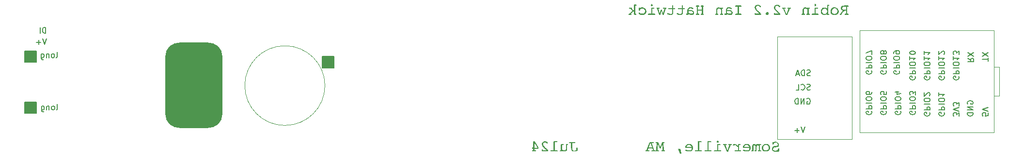
<source format=gbo>
G04 #@! TF.GenerationSoftware,KiCad,Pcbnew,8.0.7*
G04 #@! TF.CreationDate,2025-07-25T20:29:57-04:00*
G04 #@! TF.ProjectId,Robin_v2_2,526f6269-6e5f-4763-925f-322e6b696361,rev?*
G04 #@! TF.SameCoordinates,Original*
G04 #@! TF.FileFunction,Legend,Bot*
G04 #@! TF.FilePolarity,Positive*
%FSLAX46Y46*%
G04 Gerber Fmt 4.6, Leading zero omitted, Abs format (unit mm)*
G04 Created by KiCad (PCBNEW 8.0.7) date 2025-07-25 20:29:57*
%MOMM*%
%LPD*%
G01*
G04 APERTURE LIST*
G04 Aperture macros list*
%AMRoundRect*
0 Rectangle with rounded corners*
0 $1 Rounding radius*
0 $2 $3 $4 $5 $6 $7 $8 $9 X,Y pos of 4 corners*
0 Add a 4 corners polygon primitive as box body*
4,1,4,$2,$3,$4,$5,$6,$7,$8,$9,$2,$3,0*
0 Add four circle primitives for the rounded corners*
1,1,$1+$1,$2,$3*
1,1,$1+$1,$4,$5*
1,1,$1+$1,$6,$7*
1,1,$1+$1,$8,$9*
0 Add four rect primitives between the rounded corners*
20,1,$1+$1,$2,$3,$4,$5,0*
20,1,$1+$1,$4,$5,$6,$7,0*
20,1,$1+$1,$6,$7,$8,$9,0*
20,1,$1+$1,$8,$9,$2,$3,0*%
G04 Aperture macros list end*
%ADD10C,0.150000*%
%ADD11C,0.120000*%
%ADD12RoundRect,2.500000X-2.500000X5.000000X-2.500000X-5.000000X2.500000X-5.000000X2.500000X5.000000X0*%
G04 APERTURE END LIST*
D10*
X41806077Y-89869819D02*
X41472744Y-90869819D01*
X41472744Y-90869819D02*
X41139411Y-89869819D01*
X40806077Y-90488866D02*
X40044173Y-90488866D01*
X40425125Y-90869819D02*
X40425125Y-90107914D01*
X41663220Y-88869819D02*
X41663220Y-87869819D01*
X41663220Y-87869819D02*
X41425125Y-87869819D01*
X41425125Y-87869819D02*
X41282268Y-87917438D01*
X41282268Y-87917438D02*
X41187030Y-88012676D01*
X41187030Y-88012676D02*
X41139411Y-88107914D01*
X41139411Y-88107914D02*
X41091792Y-88298390D01*
X41091792Y-88298390D02*
X41091792Y-88441247D01*
X41091792Y-88441247D02*
X41139411Y-88631723D01*
X41139411Y-88631723D02*
X41187030Y-88726961D01*
X41187030Y-88726961D02*
X41282268Y-88822200D01*
X41282268Y-88822200D02*
X41425125Y-88869819D01*
X41425125Y-88869819D02*
X41663220Y-88869819D01*
X40663220Y-88869819D02*
X40663220Y-87869819D01*
X38000000Y-92000000D02*
X40000000Y-92000000D01*
X40000000Y-94000000D01*
X38000000Y-94000000D01*
X38000000Y-92000000D01*
G36*
X38000000Y-92000000D02*
G01*
X40000000Y-92000000D01*
X40000000Y-94000000D01*
X38000000Y-94000000D01*
X38000000Y-92000000D01*
G37*
X38000000Y-101000000D02*
X40000000Y-101000000D01*
X40000000Y-103000000D01*
X38000000Y-103000000D01*
X38000000Y-101000000D01*
G36*
X38000000Y-101000000D02*
G01*
X40000000Y-101000000D01*
X40000000Y-103000000D01*
X38000000Y-103000000D01*
X38000000Y-101000000D01*
G37*
X90000000Y-93000000D02*
X92000000Y-93000000D01*
X92000000Y-95000000D01*
X90000000Y-95000000D01*
X90000000Y-93000000D01*
G36*
X90000000Y-93000000D02*
G01*
X92000000Y-93000000D01*
X92000000Y-95000000D01*
X90000000Y-95000000D01*
X90000000Y-93000000D01*
G37*
X174306077Y-105369819D02*
X173972744Y-106369819D01*
X173972744Y-106369819D02*
X173639411Y-105369819D01*
X173306077Y-105988866D02*
X172544173Y-105988866D01*
X172925125Y-106369819D02*
X172925125Y-105607914D01*
X174639411Y-100417438D02*
X174734649Y-100369819D01*
X174734649Y-100369819D02*
X174877506Y-100369819D01*
X174877506Y-100369819D02*
X175020363Y-100417438D01*
X175020363Y-100417438D02*
X175115601Y-100512676D01*
X175115601Y-100512676D02*
X175163220Y-100607914D01*
X175163220Y-100607914D02*
X175210839Y-100798390D01*
X175210839Y-100798390D02*
X175210839Y-100941247D01*
X175210839Y-100941247D02*
X175163220Y-101131723D01*
X175163220Y-101131723D02*
X175115601Y-101226961D01*
X175115601Y-101226961D02*
X175020363Y-101322200D01*
X175020363Y-101322200D02*
X174877506Y-101369819D01*
X174877506Y-101369819D02*
X174782268Y-101369819D01*
X174782268Y-101369819D02*
X174639411Y-101322200D01*
X174639411Y-101322200D02*
X174591792Y-101274580D01*
X174591792Y-101274580D02*
X174591792Y-100941247D01*
X174591792Y-100941247D02*
X174782268Y-100941247D01*
X174163220Y-101369819D02*
X174163220Y-100369819D01*
X174163220Y-100369819D02*
X173591792Y-101369819D01*
X173591792Y-101369819D02*
X173591792Y-100369819D01*
X173115601Y-101369819D02*
X173115601Y-100369819D01*
X173115601Y-100369819D02*
X172877506Y-100369819D01*
X172877506Y-100369819D02*
X172734649Y-100417438D01*
X172734649Y-100417438D02*
X172639411Y-100512676D01*
X172639411Y-100512676D02*
X172591792Y-100607914D01*
X172591792Y-100607914D02*
X172544173Y-100798390D01*
X172544173Y-100798390D02*
X172544173Y-100941247D01*
X172544173Y-100941247D02*
X172591792Y-101131723D01*
X172591792Y-101131723D02*
X172639411Y-101226961D01*
X172639411Y-101226961D02*
X172734649Y-101322200D01*
X172734649Y-101322200D02*
X172877506Y-101369819D01*
X172877506Y-101369819D02*
X173115601Y-101369819D01*
X175210839Y-96322200D02*
X175067982Y-96369819D01*
X175067982Y-96369819D02*
X174829887Y-96369819D01*
X174829887Y-96369819D02*
X174734649Y-96322200D01*
X174734649Y-96322200D02*
X174687030Y-96274580D01*
X174687030Y-96274580D02*
X174639411Y-96179342D01*
X174639411Y-96179342D02*
X174639411Y-96084104D01*
X174639411Y-96084104D02*
X174687030Y-95988866D01*
X174687030Y-95988866D02*
X174734649Y-95941247D01*
X174734649Y-95941247D02*
X174829887Y-95893628D01*
X174829887Y-95893628D02*
X175020363Y-95846009D01*
X175020363Y-95846009D02*
X175115601Y-95798390D01*
X175115601Y-95798390D02*
X175163220Y-95750771D01*
X175163220Y-95750771D02*
X175210839Y-95655533D01*
X175210839Y-95655533D02*
X175210839Y-95560295D01*
X175210839Y-95560295D02*
X175163220Y-95465057D01*
X175163220Y-95465057D02*
X175115601Y-95417438D01*
X175115601Y-95417438D02*
X175020363Y-95369819D01*
X175020363Y-95369819D02*
X174782268Y-95369819D01*
X174782268Y-95369819D02*
X174639411Y-95417438D01*
X174210839Y-96369819D02*
X174210839Y-95369819D01*
X174210839Y-95369819D02*
X173972744Y-95369819D01*
X173972744Y-95369819D02*
X173829887Y-95417438D01*
X173829887Y-95417438D02*
X173734649Y-95512676D01*
X173734649Y-95512676D02*
X173687030Y-95607914D01*
X173687030Y-95607914D02*
X173639411Y-95798390D01*
X173639411Y-95798390D02*
X173639411Y-95941247D01*
X173639411Y-95941247D02*
X173687030Y-96131723D01*
X173687030Y-96131723D02*
X173734649Y-96226961D01*
X173734649Y-96226961D02*
X173829887Y-96322200D01*
X173829887Y-96322200D02*
X173972744Y-96369819D01*
X173972744Y-96369819D02*
X174210839Y-96369819D01*
X173258458Y-96084104D02*
X172782268Y-96084104D01*
X173353696Y-96369819D02*
X173020363Y-95369819D01*
X173020363Y-95369819D02*
X172687030Y-96369819D01*
X175210839Y-98822200D02*
X175067982Y-98869819D01*
X175067982Y-98869819D02*
X174829887Y-98869819D01*
X174829887Y-98869819D02*
X174734649Y-98822200D01*
X174734649Y-98822200D02*
X174687030Y-98774580D01*
X174687030Y-98774580D02*
X174639411Y-98679342D01*
X174639411Y-98679342D02*
X174639411Y-98584104D01*
X174639411Y-98584104D02*
X174687030Y-98488866D01*
X174687030Y-98488866D02*
X174734649Y-98441247D01*
X174734649Y-98441247D02*
X174829887Y-98393628D01*
X174829887Y-98393628D02*
X175020363Y-98346009D01*
X175020363Y-98346009D02*
X175115601Y-98298390D01*
X175115601Y-98298390D02*
X175163220Y-98250771D01*
X175163220Y-98250771D02*
X175210839Y-98155533D01*
X175210839Y-98155533D02*
X175210839Y-98060295D01*
X175210839Y-98060295D02*
X175163220Y-97965057D01*
X175163220Y-97965057D02*
X175115601Y-97917438D01*
X175115601Y-97917438D02*
X175020363Y-97869819D01*
X175020363Y-97869819D02*
X174782268Y-97869819D01*
X174782268Y-97869819D02*
X174639411Y-97917438D01*
X173639411Y-98774580D02*
X173687030Y-98822200D01*
X173687030Y-98822200D02*
X173829887Y-98869819D01*
X173829887Y-98869819D02*
X173925125Y-98869819D01*
X173925125Y-98869819D02*
X174067982Y-98822200D01*
X174067982Y-98822200D02*
X174163220Y-98726961D01*
X174163220Y-98726961D02*
X174210839Y-98631723D01*
X174210839Y-98631723D02*
X174258458Y-98441247D01*
X174258458Y-98441247D02*
X174258458Y-98298390D01*
X174258458Y-98298390D02*
X174210839Y-98107914D01*
X174210839Y-98107914D02*
X174163220Y-98012676D01*
X174163220Y-98012676D02*
X174067982Y-97917438D01*
X174067982Y-97917438D02*
X173925125Y-97869819D01*
X173925125Y-97869819D02*
X173829887Y-97869819D01*
X173829887Y-97869819D02*
X173687030Y-97917438D01*
X173687030Y-97917438D02*
X173639411Y-97965057D01*
X172734649Y-98869819D02*
X173210839Y-98869819D01*
X173210839Y-98869819D02*
X173210839Y-97869819D01*
G36*
X169557431Y-109625317D02*
G01*
X169589183Y-109701032D01*
X169667341Y-109722526D01*
X169753314Y-109689309D01*
X169784607Y-109596288D01*
X169785554Y-109582819D01*
X169803628Y-109271165D01*
X169803628Y-109246741D01*
X169778227Y-109155394D01*
X169693719Y-109128527D01*
X169605563Y-109179227D01*
X169575505Y-109246252D01*
X169543754Y-109335157D01*
X169486638Y-109415363D01*
X169405051Y-109476464D01*
X169392323Y-109483168D01*
X169293615Y-109518564D01*
X169196803Y-109533127D01*
X169144173Y-109534947D01*
X169039883Y-109526647D01*
X168940261Y-109498342D01*
X168856454Y-109449951D01*
X168784660Y-109373071D01*
X168749467Y-109280551D01*
X168745568Y-109232575D01*
X168762665Y-109133046D01*
X168813956Y-109055254D01*
X168897487Y-109000177D01*
X168996222Y-108971420D01*
X169012281Y-108968792D01*
X169215491Y-108940949D01*
X169316711Y-108923254D01*
X169421170Y-108896317D01*
X169522576Y-108857230D01*
X169613741Y-108802675D01*
X169630704Y-108789030D01*
X169699483Y-108710338D01*
X169742789Y-108614091D01*
X169759984Y-108512459D01*
X169761130Y-108475422D01*
X169750261Y-108372962D01*
X169717655Y-108279050D01*
X169663311Y-108193688D01*
X169587229Y-108116873D01*
X169507057Y-108060343D01*
X169418703Y-108017697D01*
X169322169Y-107988936D01*
X169217453Y-107974060D01*
X169153942Y-107971793D01*
X169056245Y-107978281D01*
X168994696Y-107988401D01*
X168899221Y-108011425D01*
X168804675Y-108040669D01*
X168782693Y-108011360D01*
X168716748Y-108003056D01*
X168633217Y-108020642D01*
X168603907Y-108105150D01*
X168584856Y-108388960D01*
X168584856Y-108402637D01*
X168612700Y-108476887D01*
X168689392Y-108503265D01*
X168773771Y-108448776D01*
X168801744Y-108387983D01*
X168836758Y-108296221D01*
X168840334Y-108289797D01*
X168904116Y-108213702D01*
X168971249Y-108170118D01*
X169068175Y-108137339D01*
X169164689Y-108128108D01*
X169262434Y-108136457D01*
X169355958Y-108164924D01*
X169434822Y-108213593D01*
X169501872Y-108291676D01*
X169534740Y-108387012D01*
X169538381Y-108436831D01*
X169518963Y-108533796D01*
X169460711Y-108607801D01*
X169369972Y-108657726D01*
X169271569Y-108685146D01*
X169223796Y-108693286D01*
X169003977Y-108721618D01*
X168905128Y-108740075D01*
X168806012Y-108771299D01*
X168712168Y-108819346D01*
X168644452Y-108873538D01*
X168580567Y-108955884D01*
X168540343Y-109054544D01*
X168524372Y-109157288D01*
X168523307Y-109194473D01*
X168531535Y-109294467D01*
X168561089Y-109397697D01*
X168612135Y-109489144D01*
X168684675Y-109568805D01*
X168695254Y-109577934D01*
X168775784Y-109634274D01*
X168867346Y-109676776D01*
X168969942Y-109705440D01*
X169083570Y-109720266D01*
X169153454Y-109722526D01*
X169252250Y-109716542D01*
X169350314Y-109698590D01*
X169444237Y-109670812D01*
X169536935Y-109634427D01*
X169557431Y-109625317D01*
G37*
G36*
X167515405Y-108347683D02*
G01*
X167628096Y-108358674D01*
X167732476Y-108382854D01*
X167828543Y-108420223D01*
X167916299Y-108470781D01*
X167995743Y-108534528D01*
X168019995Y-108558401D01*
X168083365Y-108635126D01*
X168132652Y-108719510D01*
X168167858Y-108811553D01*
X168188981Y-108911256D01*
X168196022Y-109018618D01*
X168195239Y-109055201D01*
X168183504Y-109159912D01*
X168157687Y-109257067D01*
X168117788Y-109346666D01*
X168063806Y-109428709D01*
X167995743Y-109503196D01*
X167970185Y-109525969D01*
X167887971Y-109585475D01*
X167797444Y-109631757D01*
X167698606Y-109664816D01*
X167591456Y-109684651D01*
X167475994Y-109691263D01*
X167436467Y-109690528D01*
X167323495Y-109679508D01*
X167218938Y-109655265D01*
X167122796Y-109617799D01*
X167035069Y-109567109D01*
X166955757Y-109503196D01*
X166931445Y-109479206D01*
X166867921Y-109402201D01*
X166818513Y-109317640D01*
X166783222Y-109225522D01*
X166762047Y-109125848D01*
X166755118Y-109020572D01*
X166993859Y-109020572D01*
X166997162Y-109084693D01*
X167019758Y-109190914D01*
X167063760Y-109285311D01*
X167129169Y-109367885D01*
X167182590Y-109414036D01*
X167272767Y-109465358D01*
X167375000Y-109495197D01*
X167475994Y-109503684D01*
X167540220Y-109500381D01*
X167646390Y-109477785D01*
X167740426Y-109433782D01*
X167822330Y-109368374D01*
X167867983Y-109314770D01*
X167918751Y-109224318D01*
X167948268Y-109121810D01*
X167956664Y-109020572D01*
X167953360Y-108956427D01*
X167930765Y-108850043D01*
X167886762Y-108755327D01*
X167821353Y-108672281D01*
X167767984Y-108625467D01*
X167678078Y-108573406D01*
X167576347Y-108543138D01*
X167475994Y-108534528D01*
X167412166Y-108537892D01*
X167306413Y-108560895D01*
X167212406Y-108605692D01*
X167130146Y-108672281D01*
X167083830Y-108726349D01*
X167032322Y-108817174D01*
X167002377Y-108919669D01*
X166993859Y-109020572D01*
X166755118Y-109020572D01*
X166754989Y-109018618D01*
X166755775Y-108982155D01*
X166767568Y-108877781D01*
X166793511Y-108780929D01*
X166833605Y-108691600D01*
X166887850Y-108609792D01*
X166956245Y-108535505D01*
X166981860Y-108512673D01*
X167064200Y-108453012D01*
X167154784Y-108406610D01*
X167253611Y-108373466D01*
X167360681Y-108353579D01*
X167475994Y-108346950D01*
X167515405Y-108347683D01*
G37*
G36*
X165286113Y-108900893D02*
G01*
X165288895Y-108802013D01*
X165301259Y-108701068D01*
X165321284Y-108639553D01*
X165397384Y-108576574D01*
X165441451Y-108571165D01*
X165537550Y-108595980D01*
X165602651Y-108659092D01*
X165643390Y-108748651D01*
X165660151Y-108845509D01*
X165662247Y-108900893D01*
X165662247Y-109472421D01*
X165637334Y-109472421D01*
X165538358Y-109485320D01*
X165525959Y-109491960D01*
X165497627Y-109564256D01*
X165521074Y-109636064D01*
X165592393Y-109660000D01*
X165766782Y-109660000D01*
X165847383Y-109633621D01*
X165868203Y-109534777D01*
X165868387Y-109518827D01*
X165868387Y-109480237D01*
X165868387Y-108900893D01*
X165868387Y-108793914D01*
X165881622Y-108696672D01*
X165915282Y-108631249D01*
X165999908Y-108575918D01*
X166042777Y-108571165D01*
X166140163Y-108597247D01*
X166156594Y-108607801D01*
X166225562Y-108682082D01*
X166245010Y-108715757D01*
X166245010Y-109472421D01*
X166194207Y-109472421D01*
X166095530Y-109485643D01*
X166082833Y-109492449D01*
X166054012Y-109564256D01*
X166077459Y-109639483D01*
X166166852Y-109660000D01*
X166531751Y-109660000D01*
X166610886Y-109637041D01*
X166636287Y-109564256D01*
X166604047Y-109491960D01*
X166506172Y-109472898D01*
X166478506Y-109472421D01*
X166451151Y-109472421D01*
X166451151Y-108565792D01*
X166476064Y-108565792D01*
X166576071Y-108556745D01*
X166607466Y-108544787D01*
X166642149Y-108470537D01*
X166614794Y-108401660D01*
X166532240Y-108378213D01*
X166322191Y-108378213D01*
X166262595Y-108393356D01*
X166245010Y-108457348D01*
X166167703Y-108395809D01*
X166124354Y-108373817D01*
X166027403Y-108349574D01*
X165978297Y-108346950D01*
X165880701Y-108359469D01*
X165819539Y-108386517D01*
X165748804Y-108460086D01*
X165726727Y-108506196D01*
X165660520Y-108431653D01*
X165593859Y-108386029D01*
X165496197Y-108353399D01*
X165420446Y-108346950D01*
X165319228Y-108358351D01*
X165229377Y-108397229D01*
X165162037Y-108463698D01*
X165115314Y-108561106D01*
X165091512Y-108666305D01*
X165081975Y-108763995D01*
X165079972Y-108842274D01*
X165079972Y-109472421D01*
X165057990Y-109472421D01*
X164959005Y-109484645D01*
X164943684Y-109492449D01*
X164914863Y-109564256D01*
X164939776Y-109636064D01*
X165012561Y-109660000D01*
X165178646Y-109660000D01*
X165260223Y-109628248D01*
X165286087Y-109531400D01*
X165286113Y-109527131D01*
X165286113Y-108900893D01*
G37*
G36*
X164139593Y-108347688D02*
G01*
X164252507Y-108358765D01*
X164356938Y-108383134D01*
X164452886Y-108420795D01*
X164540349Y-108471749D01*
X164619330Y-108535994D01*
X164643464Y-108560017D01*
X164706524Y-108637538D01*
X164755571Y-108723233D01*
X164790605Y-108817102D01*
X164811625Y-108919146D01*
X164818632Y-109029364D01*
X164814040Y-109120054D01*
X164796409Y-109221262D01*
X164759126Y-109328833D01*
X164703845Y-109425090D01*
X164630565Y-109510034D01*
X164542111Y-109580650D01*
X164441736Y-109633921D01*
X164346213Y-109665777D01*
X164241930Y-109684891D01*
X164128890Y-109691263D01*
X164038635Y-109687923D01*
X163938913Y-109676536D01*
X163838729Y-109657069D01*
X163748045Y-109632482D01*
X163650385Y-109598715D01*
X163554919Y-109557906D01*
X163543317Y-109552210D01*
X163462595Y-109495380D01*
X163433775Y-109422595D01*
X163461618Y-109358115D01*
X163530006Y-109331737D01*
X163569639Y-109340133D01*
X163664807Y-109376151D01*
X163759595Y-109417711D01*
X163806528Y-109437861D01*
X163908833Y-109473375D01*
X164006580Y-109495288D01*
X164109839Y-109503684D01*
X164161680Y-109502028D01*
X164268051Y-109486190D01*
X164360203Y-109453582D01*
X164445917Y-109397683D01*
X164467928Y-109377030D01*
X164527157Y-109296964D01*
X164564633Y-109199630D01*
X164579762Y-109097264D01*
X163656524Y-109097264D01*
X163636008Y-109097264D01*
X163557383Y-109094640D01*
X163460642Y-109070397D01*
X163451354Y-109060737D01*
X163428401Y-108964884D01*
X163431015Y-108909685D01*
X163678506Y-108909685D01*
X164572923Y-108909685D01*
X164567584Y-108887944D01*
X164530929Y-108788282D01*
X164477673Y-108703693D01*
X164407815Y-108634180D01*
X164383861Y-108616371D01*
X164296697Y-108569659D01*
X164198275Y-108542411D01*
X164100069Y-108534528D01*
X163999634Y-108544594D01*
X163901166Y-108578917D01*
X163815282Y-108637599D01*
X163746667Y-108716252D01*
X163700679Y-108810490D01*
X163678506Y-108909685D01*
X163431015Y-108909685D01*
X163431386Y-108901847D01*
X163450971Y-108797298D01*
X163488834Y-108700089D01*
X163544977Y-108610219D01*
X163619399Y-108527690D01*
X163694493Y-108466266D01*
X163790870Y-108410668D01*
X163896691Y-108372366D01*
X163994911Y-108353304D01*
X164100069Y-108346950D01*
X164139593Y-108347688D01*
G37*
G36*
X162569644Y-109472421D02*
G01*
X162113398Y-109472421D01*
X162034263Y-109494403D01*
X162008862Y-109564256D01*
X162033286Y-109639483D01*
X162121702Y-109660000D01*
X163020027Y-109660000D01*
X163101116Y-109636064D01*
X163128471Y-109564256D01*
X163100628Y-109495380D01*
X163013189Y-109472421D01*
X162774319Y-109472421D01*
X162774319Y-108565792D01*
X162867620Y-108565792D01*
X162970638Y-108561284D01*
X163034193Y-108545275D01*
X163066922Y-108470537D01*
X163040055Y-108401660D01*
X162958478Y-108378213D01*
X162645359Y-108378213D01*
X162589183Y-108392868D01*
X162569644Y-108435366D01*
X162569644Y-108672281D01*
X162503729Y-108595253D01*
X162427895Y-108521223D01*
X162350285Y-108460563D01*
X162297557Y-108427550D01*
X162206872Y-108385046D01*
X162111894Y-108358284D01*
X162012623Y-108347265D01*
X161992254Y-108346950D01*
X161894373Y-108356019D01*
X161799653Y-108391418D01*
X161794905Y-108394333D01*
X161728137Y-108468515D01*
X161719190Y-108516943D01*
X161756803Y-108605359D01*
X161839846Y-108644438D01*
X161933101Y-108609936D01*
X161946824Y-108602428D01*
X162037976Y-108565382D01*
X162080181Y-108560418D01*
X162183400Y-108577699D01*
X162276850Y-108620632D01*
X162306350Y-108639064D01*
X162391017Y-108703649D01*
X162464841Y-108772635D01*
X162533900Y-108846152D01*
X162569644Y-108887215D01*
X162569644Y-109472421D01*
G37*
G36*
X161383600Y-108565792D02*
G01*
X161481517Y-108555863D01*
X161508164Y-108544787D01*
X161541870Y-108470537D01*
X161514515Y-108401660D01*
X161431960Y-108378213D01*
X161047034Y-108378213D01*
X160950275Y-108393921D01*
X160942986Y-108398729D01*
X160916608Y-108470537D01*
X160951290Y-108544787D01*
X161050029Y-108565279D01*
X161077320Y-108565792D01*
X161128122Y-108565792D01*
X160771039Y-109484145D01*
X160373900Y-108565792D01*
X160456454Y-108565792D01*
X160557642Y-108558559D01*
X160599092Y-108545275D01*
X160636217Y-108470537D01*
X160610327Y-108398729D01*
X160510626Y-108378233D01*
X160505792Y-108378213D01*
X160081297Y-108378213D01*
X159998743Y-108401660D01*
X159971388Y-108470537D01*
X160005094Y-108544787D01*
X160102312Y-108565279D01*
X160129169Y-108565792D01*
X160154082Y-108565792D01*
X160607397Y-109597962D01*
X160658871Y-109683966D01*
X160675785Y-109699078D01*
X160773970Y-109722526D01*
X160865317Y-109699567D01*
X160923233Y-109616860D01*
X160931751Y-109597962D01*
X161383600Y-108565792D01*
G37*
G36*
X159200558Y-107987913D02*
G01*
X159196780Y-107887918D01*
X159173691Y-107793007D01*
X159079925Y-107753577D01*
X159058897Y-107752951D01*
X158961271Y-107773524D01*
X158946545Y-107786657D01*
X158920904Y-107882803D01*
X158918702Y-107946392D01*
X158925052Y-108046043D01*
X158944103Y-108098799D01*
X159037549Y-108127650D01*
X159058897Y-108128108D01*
X159156441Y-108112996D01*
X159173691Y-108101242D01*
X159200322Y-108003518D01*
X159200558Y-107987913D01*
G37*
G36*
X158946545Y-109472421D02*
G01*
X158505443Y-109472421D01*
X158426308Y-109494403D01*
X158400907Y-109564256D01*
X158424842Y-109639483D01*
X158513747Y-109660000D01*
X159579623Y-109660000D01*
X159662177Y-109636064D01*
X159689532Y-109564256D01*
X159660711Y-109495380D01*
X159574249Y-109472421D01*
X159155129Y-109472421D01*
X159155129Y-108565792D01*
X159423307Y-108565792D01*
X159509281Y-108541367D01*
X159538590Y-108470537D01*
X159511235Y-108401660D01*
X159428681Y-108378213D01*
X159026168Y-108378213D01*
X158968039Y-108393845D01*
X158946545Y-108435366D01*
X158946545Y-109472421D01*
G37*
G36*
X157485973Y-108065582D02*
G01*
X157719469Y-108065582D01*
X157822244Y-108061182D01*
X157886043Y-108045554D01*
X157919748Y-107971793D01*
X157891905Y-107901451D01*
X157809839Y-107878004D01*
X157356524Y-107878004D01*
X157298883Y-107893147D01*
X157278367Y-107934180D01*
X157278367Y-109472421D01*
X156847034Y-109472421D01*
X156770830Y-109494403D01*
X156746406Y-109564256D01*
X156769853Y-109639483D01*
X156857780Y-109660000D01*
X157871877Y-109660000D01*
X157953942Y-109636064D01*
X157981786Y-109564256D01*
X157952965Y-109495380D01*
X157866503Y-109472421D01*
X157485973Y-109472421D01*
X157485973Y-108065582D01*
G37*
G36*
X155805582Y-108065582D02*
G01*
X156039078Y-108065582D01*
X156141854Y-108061182D01*
X156205652Y-108045554D01*
X156239357Y-107971793D01*
X156211514Y-107901451D01*
X156129448Y-107878004D01*
X155676133Y-107878004D01*
X155618492Y-107893147D01*
X155597976Y-107934180D01*
X155597976Y-109472421D01*
X155166643Y-109472421D01*
X155090439Y-109494403D01*
X155066015Y-109564256D01*
X155089462Y-109639483D01*
X155177390Y-109660000D01*
X156191486Y-109660000D01*
X156273551Y-109636064D01*
X156301395Y-109564256D01*
X156272575Y-109495380D01*
X156186113Y-109472421D01*
X155805582Y-109472421D01*
X155805582Y-108065582D01*
G37*
G36*
X154057248Y-108347688D02*
G01*
X154170163Y-108358765D01*
X154274594Y-108383134D01*
X154370541Y-108420795D01*
X154458005Y-108471749D01*
X154536985Y-108535994D01*
X154561119Y-108560017D01*
X154624180Y-108637538D01*
X154673227Y-108723233D01*
X154708260Y-108817102D01*
X154729280Y-108919146D01*
X154736287Y-109029364D01*
X154731696Y-109120054D01*
X154714064Y-109221262D01*
X154676781Y-109328833D01*
X154621500Y-109425090D01*
X154548220Y-109510034D01*
X154459766Y-109580650D01*
X154359392Y-109633921D01*
X154263868Y-109665777D01*
X154159586Y-109684891D01*
X154046545Y-109691263D01*
X153956290Y-109687923D01*
X153856568Y-109676536D01*
X153756385Y-109657069D01*
X153665700Y-109632482D01*
X153568041Y-109598715D01*
X153472575Y-109557906D01*
X153460973Y-109552210D01*
X153380251Y-109495380D01*
X153351430Y-109422595D01*
X153379274Y-109358115D01*
X153447662Y-109331737D01*
X153487294Y-109340133D01*
X153582462Y-109376151D01*
X153677250Y-109417711D01*
X153724183Y-109437861D01*
X153826489Y-109473375D01*
X153924235Y-109495288D01*
X154027494Y-109503684D01*
X154079335Y-109502028D01*
X154185706Y-109486190D01*
X154277858Y-109453582D01*
X154363572Y-109397683D01*
X154385583Y-109377030D01*
X154444812Y-109296964D01*
X154482288Y-109199630D01*
X154497418Y-109097264D01*
X153574180Y-109097264D01*
X153553663Y-109097264D01*
X153475038Y-109094640D01*
X153378297Y-109070397D01*
X153369009Y-109060737D01*
X153346057Y-108964884D01*
X153348670Y-108909685D01*
X153596161Y-108909685D01*
X154490579Y-108909685D01*
X154485240Y-108887944D01*
X154448584Y-108788282D01*
X154395328Y-108703693D01*
X154325471Y-108634180D01*
X154301517Y-108616371D01*
X154214352Y-108569659D01*
X154115930Y-108542411D01*
X154017725Y-108534528D01*
X153917289Y-108544594D01*
X153818822Y-108578917D01*
X153732937Y-108637599D01*
X153664322Y-108716252D01*
X153618334Y-108810490D01*
X153596161Y-108909685D01*
X153348670Y-108909685D01*
X153349041Y-108901847D01*
X153368626Y-108797298D01*
X153406490Y-108700089D01*
X153462633Y-108610219D01*
X153537055Y-108527690D01*
X153612148Y-108466266D01*
X153708526Y-108410668D01*
X153814347Y-108372366D01*
X153912567Y-108353304D01*
X154017725Y-108346950D01*
X154057248Y-108347688D01*
G37*
G36*
X152514654Y-109265303D02*
G01*
X152485833Y-109204242D01*
X152425261Y-109191053D01*
X152124354Y-109191053D01*
X152091625Y-109199357D01*
X152078925Y-109220362D01*
X152081856Y-109238436D01*
X152090160Y-109258953D01*
X152467759Y-110051765D01*
X152494138Y-110084982D01*
X152529797Y-110097683D01*
X152538590Y-110097683D01*
X152554710Y-110097683D01*
X152650453Y-110061535D01*
X152683670Y-110039064D01*
X152694417Y-110009755D01*
X152694417Y-109987773D01*
X152691974Y-109974584D01*
X152514654Y-109265303D01*
G37*
G36*
X148988764Y-108985401D02*
G01*
X148693230Y-108127620D01*
X148640474Y-108056301D01*
X148543754Y-108034319D01*
X148318562Y-108034319D01*
X148252128Y-108058743D01*
X148229169Y-108128597D01*
X148257501Y-108201870D01*
X148356375Y-108221878D01*
X148361060Y-108221898D01*
X148383042Y-108221898D01*
X148344452Y-109472421D01*
X148313189Y-109472421D01*
X148215221Y-109482515D01*
X148193510Y-109491960D01*
X148163224Y-109564256D01*
X148188136Y-109635575D01*
X148259455Y-109660000D01*
X148645359Y-109660000D01*
X148744033Y-109645046D01*
X148754291Y-109638995D01*
X148783112Y-109564256D01*
X148748918Y-109492449D01*
X148650959Y-109473125D01*
X148616538Y-109472421D01*
X148557431Y-109472421D01*
X148586252Y-108287843D01*
X148858339Y-109077725D01*
X148909141Y-109157348D01*
X149000000Y-109179330D01*
X149087927Y-109156859D01*
X149137264Y-109077725D01*
X149413747Y-108287843D01*
X149438171Y-109472421D01*
X149346336Y-109472421D01*
X149249152Y-109485540D01*
X149232519Y-109493914D01*
X149199302Y-109564256D01*
X149228122Y-109638995D01*
X149328100Y-109659917D01*
X149338032Y-109660000D01*
X149722470Y-109660000D01*
X149794766Y-109636064D01*
X149818702Y-109564256D01*
X149788415Y-109491960D01*
X149690535Y-109472726D01*
X149669225Y-109472421D01*
X149638939Y-109472421D01*
X149598883Y-108221898D01*
X149620865Y-108221898D01*
X149717463Y-108206564D01*
X149725401Y-108201870D01*
X149754221Y-108128597D01*
X149730774Y-108058743D01*
X149663363Y-108034319D01*
X149438171Y-108034319D01*
X149341451Y-108056301D01*
X149289672Y-108127620D01*
X148988764Y-108985401D01*
G37*
G36*
X147744561Y-108035601D02*
G01*
X147846685Y-108054836D01*
X147875994Y-108128108D01*
X147842288Y-108200404D01*
X147822322Y-108209808D01*
X147725052Y-108221898D01*
X147524284Y-108221898D01*
X147991765Y-109472421D01*
X148017655Y-109472421D01*
X148032661Y-109472597D01*
X148129030Y-109492449D01*
X148157850Y-109564256D01*
X148129030Y-109639483D01*
X148110925Y-109648459D01*
X148012281Y-109660000D01*
X147650802Y-109660000D01*
X147621238Y-109659499D01*
X147521353Y-109639483D01*
X147491556Y-109564256D01*
X147524773Y-109492937D01*
X147547742Y-109483020D01*
X147647871Y-109472421D01*
X147781228Y-109472421D01*
X147663014Y-109128527D01*
X146965457Y-109128527D01*
X146832100Y-109472421D01*
X146959595Y-109472421D01*
X146981050Y-109472742D01*
X147081228Y-109492937D01*
X147113468Y-109564256D01*
X147084159Y-109639483D01*
X147047613Y-109652767D01*
X146949825Y-109660000D01*
X146576133Y-109660000D01*
X146478925Y-109639483D01*
X146452547Y-109564256D01*
X146480390Y-109492449D01*
X146483991Y-109490024D01*
X146581507Y-109472421D01*
X146604954Y-109472421D01*
X146817388Y-108940949D01*
X147032379Y-108940949D01*
X147594138Y-108940949D01*
X147327913Y-108212616D01*
X147032379Y-108940949D01*
X146817388Y-108940949D01*
X147142288Y-108128108D01*
X147191137Y-108054347D01*
X147196600Y-108050768D01*
X147293230Y-108034319D01*
X147684996Y-108034319D01*
X147744561Y-108035601D01*
G37*
G36*
X133659595Y-108221898D02*
G01*
X134030355Y-108221898D01*
X134130762Y-108214074D01*
X134163712Y-108201870D01*
X134193998Y-108128108D01*
X134170062Y-108057278D01*
X134092393Y-108034319D01*
X134030355Y-108034319D01*
X133264898Y-108034319D01*
X133200418Y-108034319D01*
X133127145Y-108057766D01*
X133103210Y-108128108D01*
X133133496Y-108201870D01*
X133229321Y-108221194D01*
X133264898Y-108221898D01*
X133442219Y-108221898D01*
X133442219Y-109098729D01*
X133446907Y-109210367D01*
X133460972Y-109309709D01*
X133489232Y-109410068D01*
X133537157Y-109504269D01*
X133575575Y-109552044D01*
X133652451Y-109612952D01*
X133749720Y-109656458D01*
X133851561Y-109680250D01*
X133951281Y-109690039D01*
X134005443Y-109691263D01*
X134108207Y-109686909D01*
X134206941Y-109673849D01*
X134251151Y-109664884D01*
X134345848Y-109638615D01*
X134440222Y-109602671D01*
X134483670Y-109582819D01*
X134546685Y-109535924D01*
X134561828Y-109444577D01*
X134561828Y-109121688D01*
X134552592Y-109023541D01*
X134542288Y-109001521D01*
X134472435Y-108977096D01*
X134416259Y-108990286D01*
X134382065Y-109028387D01*
X134373761Y-109061116D01*
X134370830Y-109129993D01*
X134370830Y-109143670D01*
X134366922Y-109226713D01*
X134354710Y-109301451D01*
X134313437Y-109393028D01*
X134246403Y-109464426D01*
X134235519Y-109472421D01*
X134143556Y-109517301D01*
X134043005Y-109534398D01*
X134019609Y-109534947D01*
X133921266Y-109526446D01*
X133823528Y-109492968D01*
X133745080Y-109427480D01*
X133696410Y-109337214D01*
X133671616Y-109239490D01*
X133660930Y-109134587D01*
X133659595Y-109075771D01*
X133659595Y-108221898D01*
G37*
G36*
X132529727Y-109140251D02*
G01*
X132522619Y-109239217D01*
X132495325Y-109333922D01*
X132456943Y-109392798D01*
X132369924Y-109449949D01*
X132273261Y-109470477D01*
X132225889Y-109472421D01*
X132128204Y-109461165D01*
X132033224Y-109423212D01*
X131969923Y-109377166D01*
X131905030Y-109298558D01*
X131870088Y-109206349D01*
X131863433Y-109137320D01*
X131863433Y-108565792D01*
X132051988Y-108565792D01*
X132129658Y-108544298D01*
X132153593Y-108475910D01*
X132127704Y-108402149D01*
X132043684Y-108378213D01*
X131751081Y-108378213D01*
X131677808Y-108401172D01*
X131656399Y-108500834D01*
X131656315Y-108511570D01*
X131656315Y-109453370D01*
X131593300Y-109453370D01*
X131496580Y-109476817D01*
X131466782Y-109554487D01*
X131495115Y-109633621D01*
X131576692Y-109660000D01*
X131785275Y-109660000D01*
X131842916Y-109643879D01*
X131863433Y-109599427D01*
X131863433Y-109499288D01*
X131942192Y-109561255D01*
X132027005Y-109617858D01*
X132089602Y-109650230D01*
X132186322Y-109681004D01*
X132287927Y-109691263D01*
X132394386Y-109683599D01*
X132497147Y-109656659D01*
X132590208Y-109603975D01*
X132628401Y-109568653D01*
X132688165Y-109479504D01*
X132723026Y-109378387D01*
X132738963Y-109271898D01*
X132741730Y-109197404D01*
X132741730Y-108565792D01*
X132770551Y-108565792D01*
X132870902Y-108555863D01*
X132898046Y-108544787D01*
X132932240Y-108470537D01*
X132905373Y-108401660D01*
X132822330Y-108378213D01*
X132614724Y-108378213D01*
X132548290Y-108397752D01*
X132529727Y-108482749D01*
X132529727Y-109140251D01*
G37*
G36*
X130599720Y-108065582D02*
G01*
X130833217Y-108065582D01*
X130935992Y-108061182D01*
X130999790Y-108045554D01*
X131033496Y-107971793D01*
X131005652Y-107901451D01*
X130923586Y-107878004D01*
X130470272Y-107878004D01*
X130412630Y-107893147D01*
X130392114Y-107934180D01*
X130392114Y-109472421D01*
X129960781Y-109472421D01*
X129884577Y-109494403D01*
X129860153Y-109564256D01*
X129883600Y-109639483D01*
X129971528Y-109660000D01*
X130985624Y-109660000D01*
X131067690Y-109636064D01*
X131095533Y-109564256D01*
X131066713Y-109495380D01*
X130980251Y-109472421D01*
X130599720Y-109472421D01*
X130599720Y-108065582D01*
G37*
G36*
X129305233Y-109660000D02*
G01*
X129401279Y-109638786D01*
X129413189Y-109630202D01*
X129447871Y-109538367D01*
X129404337Y-109439695D01*
X129334270Y-109353088D01*
X129260081Y-109275190D01*
X129184089Y-109201800D01*
X129144521Y-109163210D01*
X129072821Y-109094448D01*
X129029239Y-109052812D01*
X128944211Y-108970516D01*
X128867546Y-108892522D01*
X128799245Y-108818830D01*
X128721187Y-108727265D01*
X128657996Y-108643349D01*
X128599917Y-108549208D01*
X128560888Y-108452013D01*
X128553454Y-108396775D01*
X128565269Y-108293965D01*
X128604735Y-108200260D01*
X128637473Y-108157418D01*
X128720340Y-108094639D01*
X128821907Y-108067017D01*
X128854361Y-108065582D01*
X128954859Y-108078154D01*
X129020446Y-108101242D01*
X129106733Y-108155548D01*
X129146964Y-108197473D01*
X129173342Y-108234110D01*
X129237975Y-108311197D01*
X129287159Y-108326434D01*
X129357501Y-108296147D01*
X129377837Y-108196321D01*
X129378018Y-108180865D01*
X129368736Y-108109057D01*
X129332588Y-108060209D01*
X129254295Y-107997983D01*
X129162296Y-107947044D01*
X129115212Y-107927341D01*
X129016866Y-107897276D01*
X128916734Y-107881087D01*
X128848988Y-107878004D01*
X128739628Y-107887224D01*
X128639672Y-107914884D01*
X128549118Y-107960985D01*
X128467969Y-108025526D01*
X128400863Y-108103257D01*
X128352930Y-108189413D01*
X128324171Y-108283996D01*
X128314584Y-108387006D01*
X128331002Y-108494373D01*
X128369766Y-108593397D01*
X128417195Y-108678866D01*
X128479217Y-108769893D01*
X128555833Y-108866475D01*
X128622872Y-108942559D01*
X128698120Y-109021768D01*
X128781577Y-109104103D01*
X128857160Y-109175016D01*
X128929221Y-109244237D01*
X128964270Y-109278981D01*
X129133286Y-109441158D01*
X128505582Y-109441158D01*
X128473342Y-109348346D01*
X128401046Y-109316106D01*
X128329727Y-109346880D01*
X128303838Y-109430900D01*
X128305303Y-109445554D01*
X128306280Y-109460209D01*
X128317027Y-109567676D01*
X128341939Y-109635575D01*
X128395673Y-109660000D01*
X129305233Y-109660000D01*
G37*
G36*
X127083600Y-107887773D02*
G01*
X127114863Y-107932714D01*
X127694696Y-108934598D01*
X127705931Y-108952672D01*
X127719378Y-108975564D01*
X127745498Y-109070397D01*
X127745498Y-109166629D01*
X127726448Y-109231109D01*
X127672714Y-109253579D01*
X127031332Y-109253579D01*
X127031332Y-109472421D01*
X127190579Y-109472421D01*
X127268248Y-109494403D01*
X127292184Y-109564256D01*
X127268736Y-109639483D01*
X127179344Y-109660000D01*
X126735799Y-109660000D01*
X126653244Y-109636064D01*
X126625889Y-109564256D01*
X126659106Y-109492937D01*
X126681882Y-109483020D01*
X126779762Y-109472421D01*
X126828122Y-109472421D01*
X126828122Y-109253579D01*
X126712351Y-109253579D01*
X126654221Y-109235017D01*
X126625889Y-109164187D01*
X126615143Y-109105080D01*
X126609769Y-109083098D01*
X126608304Y-109059162D01*
X126627843Y-109007383D01*
X126674249Y-108986866D01*
X126711374Y-109010802D01*
X126758269Y-109034738D01*
X126828122Y-109034738D01*
X127031332Y-109034738D01*
X127552058Y-109034738D01*
X127031332Y-108103684D01*
X127031332Y-109034738D01*
X126828122Y-109034738D01*
X126828122Y-107971793D01*
X126839846Y-107922456D01*
X126870621Y-107900474D01*
X127010816Y-107878004D01*
X127021563Y-107878004D01*
X127050383Y-107878004D01*
X127083600Y-107887773D01*
G37*
X43532449Y-102369635D02*
X43627687Y-102322016D01*
X43627687Y-102322016D02*
X43675306Y-102226777D01*
X43675306Y-102226777D02*
X43675306Y-101369635D01*
X43008639Y-102369635D02*
X43103877Y-102322016D01*
X43103877Y-102322016D02*
X43151496Y-102274396D01*
X43151496Y-102274396D02*
X43199115Y-102179158D01*
X43199115Y-102179158D02*
X43199115Y-101893444D01*
X43199115Y-101893444D02*
X43151496Y-101798206D01*
X43151496Y-101798206D02*
X43103877Y-101750587D01*
X43103877Y-101750587D02*
X43008639Y-101702968D01*
X43008639Y-101702968D02*
X42865782Y-101702968D01*
X42865782Y-101702968D02*
X42770544Y-101750587D01*
X42770544Y-101750587D02*
X42722925Y-101798206D01*
X42722925Y-101798206D02*
X42675306Y-101893444D01*
X42675306Y-101893444D02*
X42675306Y-102179158D01*
X42675306Y-102179158D02*
X42722925Y-102274396D01*
X42722925Y-102274396D02*
X42770544Y-102322016D01*
X42770544Y-102322016D02*
X42865782Y-102369635D01*
X42865782Y-102369635D02*
X43008639Y-102369635D01*
X42246734Y-101702968D02*
X42246734Y-102369635D01*
X42246734Y-101798206D02*
X42199115Y-101750587D01*
X42199115Y-101750587D02*
X42103877Y-101702968D01*
X42103877Y-101702968D02*
X41961020Y-101702968D01*
X41961020Y-101702968D02*
X41865782Y-101750587D01*
X41865782Y-101750587D02*
X41818163Y-101845825D01*
X41818163Y-101845825D02*
X41818163Y-102369635D01*
X40913401Y-101702968D02*
X40913401Y-102512492D01*
X40913401Y-102512492D02*
X40961020Y-102607730D01*
X40961020Y-102607730D02*
X41008639Y-102655349D01*
X41008639Y-102655349D02*
X41103877Y-102702968D01*
X41103877Y-102702968D02*
X41246734Y-102702968D01*
X41246734Y-102702968D02*
X41341972Y-102655349D01*
X40913401Y-102322016D02*
X41008639Y-102369635D01*
X41008639Y-102369635D02*
X41199115Y-102369635D01*
X41199115Y-102369635D02*
X41294353Y-102322016D01*
X41294353Y-102322016D02*
X41341972Y-102274396D01*
X41341972Y-102274396D02*
X41389591Y-102179158D01*
X41389591Y-102179158D02*
X41389591Y-101893444D01*
X41389591Y-101893444D02*
X41341972Y-101798206D01*
X41341972Y-101798206D02*
X41294353Y-101750587D01*
X41294353Y-101750587D02*
X41199115Y-101702968D01*
X41199115Y-101702968D02*
X41008639Y-101702968D01*
X41008639Y-101702968D02*
X40913401Y-101750587D01*
G36*
X181894975Y-84058255D02*
G01*
X181918911Y-84128597D01*
X181888625Y-84202358D01*
X181855675Y-84214265D01*
X181755268Y-84221898D01*
X181675645Y-84221898D01*
X181675645Y-85472421D01*
X181755268Y-85472421D01*
X181800697Y-85472421D01*
X181891556Y-85493914D01*
X181918911Y-85564256D01*
X181894487Y-85635575D01*
X181822679Y-85660000D01*
X181361060Y-85660000D01*
X181351306Y-85659917D01*
X181252616Y-85638995D01*
X181223796Y-85564256D01*
X181257013Y-85493914D01*
X181270935Y-85486610D01*
X181369364Y-85472421D01*
X181462665Y-85472421D01*
X181462665Y-84940949D01*
X181279972Y-84940949D01*
X181234003Y-84943847D01*
X181140753Y-84977585D01*
X181130529Y-84985140D01*
X181063511Y-85057307D01*
X181006908Y-85138297D01*
X180743126Y-85545205D01*
X180730425Y-85559371D01*
X180689839Y-85612437D01*
X180598534Y-85660000D01*
X180443196Y-85660000D01*
X180372854Y-85635575D01*
X180348429Y-85564256D01*
X180377250Y-85492937D01*
X180385211Y-85488129D01*
X180483251Y-85472421D01*
X180528681Y-85472421D01*
X180804675Y-85033761D01*
X180859385Y-84965373D01*
X180922889Y-84915547D01*
X180822253Y-84882050D01*
X180728744Y-84829885D01*
X180653244Y-84761674D01*
X180606254Y-84695548D01*
X180567522Y-84596561D01*
X180556036Y-84494961D01*
X180556122Y-84489099D01*
X180792463Y-84489099D01*
X180793313Y-84513166D01*
X180819760Y-84610379D01*
X180889183Y-84686936D01*
X180975187Y-84727419D01*
X181077679Y-84748115D01*
X181178367Y-84753370D01*
X181462665Y-84753370D01*
X181462665Y-84221898D01*
X181170062Y-84221898D01*
X181081860Y-84226111D01*
X180979625Y-84245663D01*
X180887229Y-84289309D01*
X180865018Y-84307070D01*
X180808103Y-84392028D01*
X180792463Y-84489099D01*
X180556122Y-84489099D01*
X180556244Y-84480730D01*
X180571063Y-84377647D01*
X180609281Y-84281004D01*
X180616028Y-84268701D01*
X180676364Y-84186154D01*
X180753872Y-84120781D01*
X180833374Y-84080359D01*
X180929239Y-84053859D01*
X180942600Y-84051492D01*
X181040236Y-84040502D01*
X181144478Y-84035540D01*
X181242847Y-84034319D01*
X181822679Y-84034319D01*
X181894975Y-84058255D01*
G37*
G36*
X179515405Y-84347683D02*
G01*
X179628096Y-84358674D01*
X179732476Y-84382854D01*
X179828543Y-84420223D01*
X179916299Y-84470781D01*
X179995743Y-84534528D01*
X180019995Y-84558401D01*
X180083365Y-84635126D01*
X180132652Y-84719510D01*
X180167858Y-84811553D01*
X180188981Y-84911256D01*
X180196022Y-85018618D01*
X180195239Y-85055201D01*
X180183504Y-85159912D01*
X180157687Y-85257067D01*
X180117788Y-85346666D01*
X180063806Y-85428709D01*
X179995743Y-85503196D01*
X179970185Y-85525969D01*
X179887971Y-85585475D01*
X179797444Y-85631757D01*
X179698606Y-85664816D01*
X179591456Y-85684651D01*
X179475994Y-85691263D01*
X179436467Y-85690528D01*
X179323495Y-85679508D01*
X179218938Y-85655265D01*
X179122796Y-85617799D01*
X179035069Y-85567109D01*
X178955757Y-85503196D01*
X178931445Y-85479206D01*
X178867921Y-85402201D01*
X178818513Y-85317640D01*
X178783222Y-85225522D01*
X178762047Y-85125848D01*
X178755118Y-85020572D01*
X178993859Y-85020572D01*
X178997162Y-85084693D01*
X179019758Y-85190914D01*
X179063760Y-85285311D01*
X179129169Y-85367885D01*
X179182590Y-85414036D01*
X179272767Y-85465358D01*
X179375000Y-85495197D01*
X179475994Y-85503684D01*
X179540220Y-85500381D01*
X179646390Y-85477785D01*
X179740426Y-85433782D01*
X179822330Y-85368374D01*
X179867983Y-85314770D01*
X179918751Y-85224318D01*
X179948268Y-85121810D01*
X179956664Y-85020572D01*
X179953360Y-84956427D01*
X179930765Y-84850043D01*
X179886762Y-84755327D01*
X179821353Y-84672281D01*
X179767984Y-84625467D01*
X179678078Y-84573406D01*
X179576347Y-84543138D01*
X179475994Y-84534528D01*
X179412166Y-84537892D01*
X179306413Y-84560895D01*
X179212406Y-84605692D01*
X179130146Y-84672281D01*
X179083830Y-84726349D01*
X179032322Y-84817174D01*
X179002377Y-84919669D01*
X178993859Y-85020572D01*
X178755118Y-85020572D01*
X178754989Y-85018618D01*
X178755775Y-84982155D01*
X178767568Y-84877781D01*
X178793511Y-84780929D01*
X178833605Y-84691600D01*
X178887850Y-84609792D01*
X178956245Y-84535505D01*
X178981860Y-84512673D01*
X179064200Y-84453012D01*
X179154784Y-84406610D01*
X179253611Y-84373466D01*
X179360681Y-84353579D01*
X179475994Y-84346950D01*
X179515405Y-84347683D01*
G37*
G36*
X178518562Y-83901451D02*
G01*
X178545917Y-83971793D01*
X178511723Y-84045066D01*
X178484322Y-84055885D01*
X178383740Y-84065582D01*
X178357362Y-84065582D01*
X178357362Y-85500753D01*
X178386182Y-85500753D01*
X178413977Y-85501159D01*
X178511723Y-85517362D01*
X178542986Y-85578911D01*
X178517096Y-85639972D01*
X178437473Y-85660000D01*
X178185903Y-85660000D01*
X178142916Y-85646810D01*
X178129727Y-85602847D01*
X178129727Y-85513454D01*
X178116478Y-85529820D01*
X178040186Y-85599801D01*
X177953872Y-85647299D01*
X177905270Y-85664429D01*
X177805457Y-85685080D01*
X177702302Y-85691263D01*
X177619315Y-85686600D01*
X177509984Y-85664404D01*
X177408648Y-85623928D01*
X177315305Y-85565174D01*
X177241660Y-85500265D01*
X177187199Y-85438538D01*
X177126462Y-85345270D01*
X177083816Y-85244007D01*
X177059262Y-85134750D01*
X177052616Y-85034738D01*
X177052657Y-85033761D01*
X177286113Y-85033761D01*
X177289070Y-85097047D01*
X177309300Y-85201405D01*
X177348696Y-85293475D01*
X177407257Y-85373258D01*
X177430520Y-85396567D01*
X177517302Y-85457704D01*
X177618300Y-85493367D01*
X177721353Y-85503684D01*
X177756556Y-85502525D01*
X177854847Y-85485137D01*
X177951190Y-85441345D01*
X178033984Y-85371793D01*
X178075320Y-85319575D01*
X178121289Y-85231587D01*
X178148015Y-85132008D01*
X178155617Y-85033761D01*
X178152648Y-84971448D01*
X178132336Y-84868361D01*
X178092781Y-84776943D01*
X178033984Y-84697194D01*
X178010568Y-84673711D01*
X177923709Y-84612116D01*
X177823303Y-84576186D01*
X177721353Y-84565792D01*
X177675016Y-84567860D01*
X177578403Y-84587639D01*
X177483473Y-84634179D01*
X177409211Y-84698171D01*
X177373748Y-84741140D01*
X177325062Y-84827320D01*
X177295850Y-84924860D01*
X177286113Y-85033761D01*
X177052657Y-85033761D01*
X177055494Y-84966419D01*
X177074377Y-84853655D01*
X177110885Y-84749540D01*
X177165018Y-84654074D01*
X177236775Y-84567257D01*
X177296567Y-84512796D01*
X177387809Y-84452058D01*
X177487840Y-84409413D01*
X177596660Y-84384859D01*
X177696929Y-84378213D01*
X177759189Y-84380504D01*
X177859287Y-84395090D01*
X177958269Y-84426085D01*
X177986487Y-84438594D01*
X178075752Y-84492837D01*
X178150244Y-84563349D01*
X178150244Y-83931249D01*
X178168806Y-83891193D01*
X178228401Y-83878004D01*
X178437473Y-83878004D01*
X178518562Y-83901451D01*
G37*
G36*
X176241730Y-83987913D02*
G01*
X176237952Y-83887918D01*
X176214863Y-83793007D01*
X176121097Y-83753577D01*
X176100069Y-83752951D01*
X176002444Y-83773524D01*
X175987718Y-83786657D01*
X175962076Y-83882803D01*
X175959874Y-83946392D01*
X175966224Y-84046043D01*
X175985275Y-84098799D01*
X176078721Y-84127650D01*
X176100069Y-84128108D01*
X176197614Y-84112996D01*
X176214863Y-84101242D01*
X176241494Y-84003518D01*
X176241730Y-83987913D01*
G37*
G36*
X175987718Y-85472421D02*
G01*
X175546615Y-85472421D01*
X175467480Y-85494403D01*
X175442079Y-85564256D01*
X175466015Y-85639483D01*
X175554919Y-85660000D01*
X176620795Y-85660000D01*
X176703349Y-85636064D01*
X176730704Y-85564256D01*
X176701884Y-85495380D01*
X176615422Y-85472421D01*
X176196301Y-85472421D01*
X176196301Y-84565792D01*
X176464480Y-84565792D01*
X176550453Y-84541367D01*
X176579762Y-84470537D01*
X176552407Y-84401660D01*
X176469853Y-84378213D01*
X176067341Y-84378213D01*
X176009211Y-84393845D01*
X175987718Y-84435366D01*
X175987718Y-85472421D01*
G37*
G36*
X174945778Y-85472421D02*
G01*
X174945778Y-84576538D01*
X174971667Y-84576538D01*
X175069521Y-84567071D01*
X175100628Y-84554556D01*
X175135310Y-84475910D01*
X175106489Y-84401172D01*
X175013189Y-84378213D01*
X174948709Y-84378213D01*
X174816817Y-84378213D01*
X174759176Y-84391891D01*
X174738660Y-84428527D01*
X174738660Y-84512547D01*
X174657619Y-84451140D01*
X174571065Y-84401238D01*
X174540334Y-84387494D01*
X174446325Y-84358393D01*
X174342735Y-84346990D01*
X174336147Y-84346950D01*
X174237901Y-84355163D01*
X174140657Y-84384035D01*
X174049104Y-84440497D01*
X174009839Y-84478353D01*
X173952222Y-84559952D01*
X173913462Y-84657470D01*
X173894839Y-84757518D01*
X173890648Y-84840809D01*
X173890648Y-85472421D01*
X173826168Y-85472421D01*
X173729424Y-85493050D01*
X173727494Y-85494403D01*
X173697208Y-85564256D01*
X173729448Y-85638018D01*
X173829206Y-85659806D01*
X173844242Y-85660000D01*
X174148080Y-85660000D01*
X174247006Y-85647775D01*
X174260921Y-85639972D01*
X174285345Y-85564256D01*
X174256524Y-85492449D01*
X174157835Y-85472499D01*
X174148080Y-85472421D01*
X174099720Y-85472421D01*
X174099720Y-84877445D01*
X174108321Y-84771941D01*
X174137321Y-84678175D01*
X174172505Y-84622456D01*
X174255230Y-84559344D01*
X174350367Y-84535902D01*
X174384019Y-84534528D01*
X174484563Y-84548405D01*
X174575902Y-84590033D01*
X174631681Y-84633203D01*
X174696871Y-84713803D01*
X174731974Y-84807592D01*
X174738660Y-84877445D01*
X174738660Y-85472421D01*
X174690300Y-85472421D01*
X174591622Y-85485643D01*
X174578925Y-85492449D01*
X174550104Y-85564256D01*
X174575017Y-85639972D01*
X174672737Y-85659687D01*
X174695673Y-85660000D01*
X174945778Y-85660000D01*
X175020027Y-85660000D01*
X175105024Y-85637041D01*
X175132868Y-85564256D01*
X175100628Y-85491960D01*
X175002405Y-85472898D01*
X174974598Y-85472421D01*
X174945778Y-85472421D01*
G37*
G36*
X171703210Y-84565792D02*
G01*
X171801126Y-84555863D01*
X171827773Y-84544787D01*
X171861479Y-84470537D01*
X171834124Y-84401660D01*
X171751570Y-84378213D01*
X171366643Y-84378213D01*
X171269885Y-84393921D01*
X171262595Y-84398729D01*
X171236217Y-84470537D01*
X171270900Y-84544787D01*
X171369638Y-84565279D01*
X171396929Y-84565792D01*
X171447732Y-84565792D01*
X171090648Y-85484145D01*
X170693510Y-84565792D01*
X170776064Y-84565792D01*
X170877251Y-84558559D01*
X170918702Y-84545275D01*
X170955826Y-84470537D01*
X170929937Y-84398729D01*
X170830235Y-84378233D01*
X170825401Y-84378213D01*
X170400907Y-84378213D01*
X170318353Y-84401660D01*
X170290997Y-84470537D01*
X170324703Y-84544787D01*
X170421921Y-84565279D01*
X170448778Y-84565792D01*
X170473691Y-84565792D01*
X170927006Y-85597962D01*
X170978480Y-85683966D01*
X170995394Y-85699078D01*
X171093579Y-85722526D01*
X171184926Y-85699567D01*
X171242842Y-85616860D01*
X171251360Y-85597962D01*
X171703210Y-84565792D01*
G37*
G36*
X169871877Y-85660000D02*
G01*
X169967923Y-85638786D01*
X169979832Y-85630202D01*
X170014515Y-85538367D01*
X169970980Y-85439695D01*
X169900913Y-85353088D01*
X169826724Y-85275190D01*
X169750732Y-85201800D01*
X169711165Y-85163210D01*
X169639464Y-85094448D01*
X169595882Y-85052812D01*
X169510854Y-84970516D01*
X169434190Y-84892522D01*
X169365889Y-84818830D01*
X169287830Y-84727265D01*
X169224640Y-84643349D01*
X169166561Y-84549208D01*
X169127531Y-84452013D01*
X169120097Y-84396775D01*
X169131912Y-84293965D01*
X169171379Y-84200260D01*
X169204117Y-84157418D01*
X169286984Y-84094639D01*
X169388551Y-84067017D01*
X169421004Y-84065582D01*
X169521503Y-84078154D01*
X169587090Y-84101242D01*
X169673376Y-84155548D01*
X169713607Y-84197473D01*
X169739986Y-84234110D01*
X169804619Y-84311197D01*
X169853803Y-84326434D01*
X169924145Y-84296147D01*
X169944481Y-84196321D01*
X169944661Y-84180865D01*
X169935380Y-84109057D01*
X169899232Y-84060209D01*
X169820938Y-83997983D01*
X169728939Y-83947044D01*
X169681856Y-83927341D01*
X169583510Y-83897276D01*
X169483378Y-83881087D01*
X169415631Y-83878004D01*
X169306271Y-83887224D01*
X169206315Y-83914884D01*
X169115762Y-83960985D01*
X169034612Y-84025526D01*
X168967506Y-84103257D01*
X168919574Y-84189413D01*
X168890814Y-84283996D01*
X168881228Y-84387006D01*
X168897645Y-84494373D01*
X168936409Y-84593397D01*
X168983838Y-84678866D01*
X169045861Y-84769893D01*
X169122477Y-84866475D01*
X169189516Y-84942559D01*
X169264763Y-85021768D01*
X169348220Y-85104103D01*
X169423804Y-85175016D01*
X169495865Y-85244237D01*
X169530914Y-85278981D01*
X169699930Y-85441158D01*
X169072226Y-85441158D01*
X169039986Y-85348346D01*
X168967690Y-85316106D01*
X168896371Y-85346880D01*
X168870481Y-85430900D01*
X168871946Y-85445554D01*
X168872923Y-85460209D01*
X168883670Y-85567676D01*
X168908583Y-85635575D01*
X168962316Y-85660000D01*
X169871877Y-85660000D01*
G37*
G36*
X167982414Y-85441158D02*
G01*
X167963729Y-85341507D01*
X167907676Y-85261395D01*
X167821702Y-85208639D01*
X167720694Y-85191122D01*
X167713258Y-85191053D01*
X167615565Y-85204237D01*
X167526355Y-85251589D01*
X167516887Y-85259930D01*
X167458952Y-85345381D01*
X167442637Y-85441158D01*
X167461322Y-85542641D01*
X167517376Y-85622386D01*
X167603715Y-85674043D01*
X167705732Y-85691195D01*
X167713258Y-85691263D01*
X167816177Y-85676129D01*
X167903478Y-85626624D01*
X167908164Y-85622386D01*
X167966099Y-85536935D01*
X167982414Y-85441158D01*
G37*
G36*
X166511095Y-85660000D02*
G01*
X166607141Y-85638786D01*
X166619050Y-85630202D01*
X166653733Y-85538367D01*
X166610199Y-85439695D01*
X166540131Y-85353088D01*
X166465943Y-85275190D01*
X166389951Y-85201800D01*
X166350383Y-85163210D01*
X166278683Y-85094448D01*
X166235101Y-85052812D01*
X166150073Y-84970516D01*
X166073408Y-84892522D01*
X166005107Y-84818830D01*
X165927048Y-84727265D01*
X165863858Y-84643349D01*
X165805779Y-84549208D01*
X165766750Y-84452013D01*
X165759316Y-84396775D01*
X165771131Y-84293965D01*
X165810597Y-84200260D01*
X165843335Y-84157418D01*
X165926202Y-84094639D01*
X166027769Y-84067017D01*
X166060223Y-84065582D01*
X166160721Y-84078154D01*
X166226308Y-84101242D01*
X166312594Y-84155548D01*
X166352826Y-84197473D01*
X166379204Y-84234110D01*
X166443837Y-84311197D01*
X166493021Y-84326434D01*
X166563363Y-84296147D01*
X166583699Y-84196321D01*
X166583879Y-84180865D01*
X166574598Y-84109057D01*
X166538450Y-84060209D01*
X166460157Y-83997983D01*
X166368158Y-83947044D01*
X166321074Y-83927341D01*
X166222728Y-83897276D01*
X166122596Y-83881087D01*
X166054849Y-83878004D01*
X165945490Y-83887224D01*
X165845533Y-83914884D01*
X165754980Y-83960985D01*
X165673831Y-84025526D01*
X165606725Y-84103257D01*
X165558792Y-84189413D01*
X165530033Y-84283996D01*
X165520446Y-84387006D01*
X165536864Y-84494373D01*
X165575628Y-84593397D01*
X165623057Y-84678866D01*
X165685079Y-84769893D01*
X165761695Y-84866475D01*
X165828734Y-84942559D01*
X165903982Y-85021768D01*
X165987438Y-85104103D01*
X166063022Y-85175016D01*
X166135083Y-85244237D01*
X166170132Y-85278981D01*
X166339148Y-85441158D01*
X165711444Y-85441158D01*
X165679204Y-85348346D01*
X165606908Y-85316106D01*
X165535589Y-85346880D01*
X165509699Y-85430900D01*
X165511165Y-85445554D01*
X165512142Y-85460209D01*
X165522889Y-85567676D01*
X165547801Y-85635575D01*
X165601535Y-85660000D01*
X166511095Y-85660000D01*
G37*
G36*
X162254431Y-85472421D02*
G01*
X162155999Y-85479309D01*
X162119609Y-85491960D01*
X162089811Y-85564256D01*
X162119609Y-85639483D01*
X162217542Y-85659278D01*
X162254431Y-85660000D01*
X163088276Y-85660000D01*
X163152756Y-85660000D01*
X163228960Y-85636064D01*
X163254849Y-85564256D01*
X163224563Y-85491960D01*
X163125365Y-85473108D01*
X163088276Y-85472421D01*
X162778087Y-85472421D01*
X162778087Y-84221898D01*
X163088276Y-84221898D01*
X163189255Y-84214074D01*
X163223098Y-84201870D01*
X163254849Y-84128108D01*
X163228960Y-84057278D01*
X163150314Y-84034319D01*
X163088276Y-84034319D01*
X162254431Y-84034319D01*
X162189951Y-84034319D01*
X162115212Y-84057766D01*
X162089811Y-84128108D01*
X162120586Y-84201870D01*
X162218321Y-84221194D01*
X162254431Y-84221898D01*
X162565108Y-84221898D01*
X162565108Y-85472421D01*
X162254431Y-85472421D01*
G37*
G36*
X161034695Y-84348286D02*
G01*
X161141024Y-84355979D01*
X161248019Y-84372809D01*
X161351221Y-84401660D01*
X161360537Y-84405073D01*
X161449266Y-84449747D01*
X161502651Y-84534528D01*
X161476762Y-84618060D01*
X161410816Y-84650300D01*
X161328835Y-84629979D01*
X161236427Y-84592658D01*
X161195819Y-84575912D01*
X161095932Y-84545655D01*
X160997557Y-84534528D01*
X160940627Y-84537534D01*
X160844594Y-84561576D01*
X160762595Y-84620013D01*
X160722667Y-84682124D01*
X160694274Y-84779577D01*
X160686880Y-84879888D01*
X160686880Y-84889658D01*
X160755295Y-84873732D01*
X160852965Y-84857418D01*
X160913576Y-84851166D01*
X161013677Y-84847159D01*
X161087156Y-84848983D01*
X161189446Y-84858560D01*
X161296760Y-84880109D01*
X161391124Y-84912830D01*
X161483112Y-84963907D01*
X161539721Y-85010836D01*
X161602674Y-85093723D01*
X161639275Y-85191603D01*
X161649685Y-85291193D01*
X161649195Y-85313159D01*
X161632031Y-85415207D01*
X161590348Y-85504279D01*
X161524145Y-85580376D01*
X161491408Y-85606365D01*
X161398816Y-85656177D01*
X161302349Y-85682491D01*
X161193440Y-85691263D01*
X161123831Y-85687813D01*
X161021249Y-85669701D01*
X160920865Y-85636064D01*
X160840036Y-85596441D01*
X160755531Y-85541726D01*
X160675645Y-85475352D01*
X160664898Y-85564256D01*
X160632170Y-85635575D01*
X160568667Y-85660000D01*
X160352756Y-85660000D01*
X160270690Y-85634110D01*
X160242847Y-85555952D01*
X160276064Y-85477794D01*
X160306242Y-85465279D01*
X160406489Y-85455812D01*
X160473900Y-85455812D01*
X160473900Y-85050858D01*
X160686880Y-85050858D01*
X160686880Y-85195938D01*
X160694009Y-85238116D01*
X160751044Y-85320369D01*
X160835868Y-85383028D01*
X160854591Y-85393853D01*
X160951181Y-85437502D01*
X161052733Y-85463691D01*
X161159246Y-85472421D01*
X161260840Y-85459434D01*
X161353663Y-85413314D01*
X161403002Y-85359653D01*
X161429867Y-85262372D01*
X161427959Y-85233460D01*
X161386814Y-85138635D01*
X161307745Y-85073817D01*
X161267400Y-85053552D01*
X161173615Y-85023327D01*
X161074280Y-85007871D01*
X160974110Y-85003475D01*
X160934542Y-85004402D01*
X160833426Y-85015198D01*
X160784153Y-85024481D01*
X160686880Y-85050858D01*
X160473900Y-85050858D01*
X160473900Y-84833482D01*
X160478245Y-84747478D01*
X160497556Y-84645628D01*
X160537746Y-84548565D01*
X160597487Y-84470048D01*
X160666669Y-84416193D01*
X160762161Y-84373998D01*
X160862744Y-84352840D01*
X160962875Y-84346950D01*
X161034695Y-84348286D01*
G37*
G36*
X159822260Y-85472421D02*
G01*
X159822260Y-84576538D01*
X159848150Y-84576538D01*
X159946004Y-84567071D01*
X159977110Y-84554556D01*
X160011793Y-84475910D01*
X159982972Y-84401172D01*
X159889672Y-84378213D01*
X159825191Y-84378213D01*
X159693300Y-84378213D01*
X159635659Y-84391891D01*
X159615143Y-84428527D01*
X159615143Y-84512547D01*
X159534102Y-84451140D01*
X159447548Y-84401238D01*
X159416817Y-84387494D01*
X159322808Y-84358393D01*
X159219218Y-84346990D01*
X159212630Y-84346950D01*
X159114384Y-84355163D01*
X159017140Y-84384035D01*
X158925587Y-84440497D01*
X158886322Y-84478353D01*
X158828705Y-84559952D01*
X158789945Y-84657470D01*
X158771322Y-84757518D01*
X158767131Y-84840809D01*
X158767131Y-85472421D01*
X158702651Y-85472421D01*
X158605907Y-85493050D01*
X158603977Y-85494403D01*
X158573691Y-85564256D01*
X158605931Y-85638018D01*
X158705689Y-85659806D01*
X158720725Y-85660000D01*
X159024563Y-85660000D01*
X159123489Y-85647775D01*
X159137404Y-85639972D01*
X159161828Y-85564256D01*
X159133007Y-85492449D01*
X159034318Y-85472499D01*
X159024563Y-85472421D01*
X158976203Y-85472421D01*
X158976203Y-84877445D01*
X158984804Y-84771941D01*
X159013804Y-84678175D01*
X159048988Y-84622456D01*
X159131713Y-84559344D01*
X159226850Y-84535902D01*
X159260502Y-84534528D01*
X159361046Y-84548405D01*
X159452385Y-84590033D01*
X159508164Y-84633203D01*
X159573354Y-84713803D01*
X159608456Y-84807592D01*
X159615143Y-84877445D01*
X159615143Y-85472421D01*
X159566782Y-85472421D01*
X159468105Y-85485643D01*
X159455408Y-85492449D01*
X159426587Y-85564256D01*
X159451500Y-85639972D01*
X159549220Y-85659687D01*
X159572156Y-85660000D01*
X159822260Y-85660000D01*
X159896510Y-85660000D01*
X159981507Y-85637041D01*
X160009351Y-85564256D01*
X159977110Y-85491960D01*
X159878888Y-85472898D01*
X159851081Y-85472421D01*
X159822260Y-85472421D01*
G37*
G36*
X156278785Y-85472421D02*
G01*
X156186950Y-85472421D01*
X156089766Y-85485540D01*
X156073133Y-85493914D01*
X156039916Y-85564256D01*
X156068736Y-85639483D01*
X156166405Y-85659499D01*
X156195254Y-85660000D01*
X156495673Y-85660000D01*
X156557711Y-85660000D01*
X156633914Y-85636064D01*
X156659316Y-85564256D01*
X156630006Y-85492449D01*
X156533071Y-85472597D01*
X156518143Y-85472421D01*
X156493230Y-85472421D01*
X156493230Y-84221898D01*
X156515212Y-84221898D01*
X156612599Y-84209375D01*
X156628541Y-84201381D01*
X156659316Y-84128108D01*
X156633914Y-84057278D01*
X156554780Y-84034319D01*
X156495673Y-84034319D01*
X156208932Y-84034319D01*
X156110786Y-84040811D01*
X156069713Y-84054836D01*
X156039916Y-84128108D01*
X156077041Y-84201381D01*
X156175298Y-84220916D01*
X156217236Y-84221898D01*
X156278785Y-84221898D01*
X156278785Y-84722107D01*
X155620795Y-84722107D01*
X155620795Y-84221898D01*
X155714096Y-84221898D01*
X155811757Y-84207386D01*
X155825959Y-84199916D01*
X155859665Y-84128108D01*
X155828890Y-84054836D01*
X155731712Y-84035601D01*
X155676971Y-84034319D01*
X155403907Y-84034319D01*
X155341870Y-84034319D01*
X155267131Y-84057766D01*
X155241730Y-84128108D01*
X155270551Y-84200404D01*
X155369025Y-84221877D01*
X155373621Y-84221898D01*
X155406350Y-84221898D01*
X155406350Y-85472421D01*
X155384368Y-85472421D01*
X155285194Y-85485965D01*
X155272016Y-85492937D01*
X155241730Y-85564256D01*
X155270551Y-85639483D01*
X155367368Y-85659278D01*
X155403907Y-85660000D01*
X155688206Y-85660000D01*
X155787451Y-85653508D01*
X155829378Y-85639483D01*
X155859665Y-85564256D01*
X155824005Y-85492449D01*
X155723492Y-85473125D01*
X155688206Y-85472421D01*
X155620795Y-85472421D01*
X155620795Y-84909685D01*
X156278785Y-84909685D01*
X156278785Y-85472421D01*
G37*
G36*
X154313132Y-84348286D02*
G01*
X154419461Y-84355979D01*
X154526455Y-84372809D01*
X154629658Y-84401660D01*
X154638974Y-84405073D01*
X154727703Y-84449747D01*
X154781088Y-84534528D01*
X154755198Y-84618060D01*
X154689253Y-84650300D01*
X154607272Y-84629979D01*
X154514863Y-84592658D01*
X154474256Y-84575912D01*
X154374368Y-84545655D01*
X154275994Y-84534528D01*
X154219064Y-84537534D01*
X154123031Y-84561576D01*
X154041032Y-84620013D01*
X154001104Y-84682124D01*
X153972711Y-84779577D01*
X153965317Y-84879888D01*
X153965317Y-84889658D01*
X154033732Y-84873732D01*
X154131402Y-84857418D01*
X154192013Y-84851166D01*
X154292114Y-84847159D01*
X154365593Y-84848983D01*
X154467883Y-84858560D01*
X154575197Y-84880109D01*
X154669561Y-84912830D01*
X154761549Y-84963907D01*
X154818158Y-85010836D01*
X154881111Y-85093723D01*
X154917711Y-85191603D01*
X154928122Y-85291193D01*
X154927632Y-85313159D01*
X154910468Y-85415207D01*
X154868785Y-85504279D01*
X154802581Y-85580376D01*
X154769845Y-85606365D01*
X154677252Y-85656177D01*
X154580786Y-85682491D01*
X154471877Y-85691263D01*
X154402267Y-85687813D01*
X154299685Y-85669701D01*
X154199302Y-85636064D01*
X154118473Y-85596441D01*
X154033968Y-85541726D01*
X153954082Y-85475352D01*
X153943335Y-85564256D01*
X153910607Y-85635575D01*
X153847103Y-85660000D01*
X153631193Y-85660000D01*
X153549127Y-85634110D01*
X153521284Y-85555952D01*
X153554501Y-85477794D01*
X153584678Y-85465279D01*
X153684926Y-85455812D01*
X153752337Y-85455812D01*
X153752337Y-85050858D01*
X153965317Y-85050858D01*
X153965317Y-85195938D01*
X153972446Y-85238116D01*
X154029481Y-85320369D01*
X154114305Y-85383028D01*
X154133028Y-85393853D01*
X154229618Y-85437502D01*
X154331170Y-85463691D01*
X154437683Y-85472421D01*
X154539277Y-85459434D01*
X154632100Y-85413314D01*
X154681439Y-85359653D01*
X154708304Y-85262372D01*
X154706396Y-85233460D01*
X154665251Y-85138635D01*
X154586182Y-85073817D01*
X154545837Y-85053552D01*
X154452052Y-85023327D01*
X154352717Y-85007871D01*
X154252547Y-85003475D01*
X154212979Y-85004402D01*
X154111863Y-85015198D01*
X154062590Y-85024481D01*
X153965317Y-85050858D01*
X153752337Y-85050858D01*
X153752337Y-84833482D01*
X153756682Y-84747478D01*
X153775993Y-84645628D01*
X153816182Y-84548565D01*
X153875924Y-84470048D01*
X153945106Y-84416193D01*
X154040598Y-84373998D01*
X154141180Y-84352840D01*
X154241311Y-84346950D01*
X154313132Y-84348286D01*
G37*
G36*
X152214584Y-84472002D02*
G01*
X152118358Y-84493549D01*
X152116399Y-84494961D01*
X152085624Y-84566280D01*
X152114445Y-84636622D01*
X152200907Y-84659581D01*
X152757292Y-84659581D01*
X152757292Y-85128039D01*
X152753659Y-85233063D01*
X152738899Y-85336866D01*
X152699162Y-85430900D01*
X152613443Y-85487691D01*
X152516266Y-85503400D01*
X152498883Y-85503684D01*
X152398453Y-85493449D01*
X152294082Y-85466084D01*
X152199930Y-85430900D01*
X152103702Y-85392517D01*
X152008376Y-85361598D01*
X151984019Y-85358115D01*
X151918562Y-85385959D01*
X151891695Y-85452882D01*
X151925401Y-85530551D01*
X152011452Y-85581651D01*
X152040195Y-85593077D01*
X152137533Y-85627332D01*
X152234456Y-85655760D01*
X152282972Y-85667327D01*
X152380932Y-85684507D01*
X152479270Y-85691239D01*
X152485205Y-85691263D01*
X152589634Y-85685144D01*
X152689732Y-85664513D01*
X152755338Y-85639483D01*
X152840088Y-85584212D01*
X152903708Y-85509866D01*
X152918004Y-85485122D01*
X152953037Y-85390170D01*
X152957083Y-85369839D01*
X152966562Y-85272380D01*
X152968795Y-85173733D01*
X152968806Y-85165163D01*
X152968806Y-85122177D01*
X152968806Y-84659581D01*
X153202302Y-84659581D01*
X153286322Y-84637599D01*
X153312212Y-84566280D01*
X153276552Y-84492030D01*
X153177451Y-84473254D01*
X153124145Y-84472002D01*
X152968806Y-84472002D01*
X152968806Y-84191123D01*
X152968806Y-84118339D01*
X152943405Y-84031388D01*
X152864270Y-84003056D01*
X152780739Y-84037250D01*
X152758757Y-84138000D01*
X152757292Y-84193565D01*
X152757292Y-84472002D01*
X152214584Y-84472002D01*
G37*
G36*
X150534193Y-84472002D02*
G01*
X150437967Y-84493549D01*
X150436008Y-84494961D01*
X150405233Y-84566280D01*
X150434054Y-84636622D01*
X150520516Y-84659581D01*
X151076901Y-84659581D01*
X151076901Y-85128039D01*
X151073268Y-85233063D01*
X151058508Y-85336866D01*
X151018771Y-85430900D01*
X150933053Y-85487691D01*
X150835875Y-85503400D01*
X150818492Y-85503684D01*
X150718063Y-85493449D01*
X150613692Y-85466084D01*
X150519539Y-85430900D01*
X150423311Y-85392517D01*
X150327985Y-85361598D01*
X150303628Y-85358115D01*
X150238171Y-85385959D01*
X150211304Y-85452882D01*
X150245010Y-85530551D01*
X150331062Y-85581651D01*
X150359804Y-85593077D01*
X150457143Y-85627332D01*
X150554065Y-85655760D01*
X150602581Y-85667327D01*
X150700541Y-85684507D01*
X150798879Y-85691239D01*
X150804815Y-85691263D01*
X150909243Y-85685144D01*
X151009341Y-85664513D01*
X151074947Y-85639483D01*
X151159698Y-85584212D01*
X151223317Y-85509866D01*
X151237613Y-85485122D01*
X151272646Y-85390170D01*
X151276692Y-85369839D01*
X151286171Y-85272380D01*
X151288404Y-85173733D01*
X151288415Y-85165163D01*
X151288415Y-85122177D01*
X151288415Y-84659581D01*
X151521912Y-84659581D01*
X151605931Y-84637599D01*
X151631821Y-84566280D01*
X151596161Y-84492030D01*
X151497060Y-84473254D01*
X151443754Y-84472002D01*
X151288415Y-84472002D01*
X151288415Y-84191123D01*
X151288415Y-84118339D01*
X151263014Y-84031388D01*
X151183879Y-84003056D01*
X151100348Y-84037250D01*
X151078367Y-84138000D01*
X151076901Y-84193565D01*
X151076901Y-84472002D01*
X150534193Y-84472002D01*
G37*
G36*
X149237264Y-84961465D02*
G01*
X149414584Y-85627271D01*
X149455617Y-85701521D01*
X149538171Y-85722526D01*
X149615352Y-85695659D01*
X149661920Y-85606644D01*
X149664689Y-85597962D01*
X149979274Y-84565792D01*
X149991486Y-84565792D01*
X150074528Y-84544298D01*
X150099930Y-84470537D01*
X150073063Y-84402149D01*
X149993928Y-84378213D01*
X149627564Y-84378213D01*
X149530850Y-84396245D01*
X149527424Y-84398729D01*
X149501046Y-84470537D01*
X149516189Y-84525736D01*
X149554780Y-84554068D01*
X149609002Y-84563349D01*
X149683740Y-84565792D01*
X149763363Y-84565792D01*
X149526936Y-85418199D01*
X149349616Y-84819316D01*
X149307117Y-84746531D01*
X149226029Y-84726015D01*
X149148848Y-84752882D01*
X149101307Y-84838405D01*
X149098534Y-84846671D01*
X148926587Y-85418199D01*
X148699930Y-84565792D01*
X148733147Y-84565792D01*
X148792254Y-84565792D01*
X148890127Y-84556956D01*
X148920237Y-84545275D01*
X148952965Y-84470537D01*
X148928541Y-84398241D01*
X148831821Y-84378213D01*
X148463503Y-84378213D01*
X148400000Y-84402149D01*
X148378506Y-84470537D01*
X148403419Y-84542344D01*
X148496720Y-84565792D01*
X148805931Y-85626294D01*
X148850383Y-85701032D01*
X148930983Y-85722526D01*
X149009141Y-85695170D01*
X149055023Y-85607815D01*
X149057501Y-85599427D01*
X149237264Y-84961465D01*
G37*
G36*
X147675087Y-83987913D02*
G01*
X147671309Y-83887918D01*
X147648220Y-83793007D01*
X147554454Y-83753577D01*
X147533426Y-83752951D01*
X147435800Y-83773524D01*
X147421074Y-83786657D01*
X147395433Y-83882803D01*
X147393230Y-83946392D01*
X147399581Y-84046043D01*
X147418632Y-84098799D01*
X147512078Y-84127650D01*
X147533426Y-84128108D01*
X147630970Y-84112996D01*
X147648220Y-84101242D01*
X147674851Y-84003518D01*
X147675087Y-83987913D01*
G37*
G36*
X147421074Y-85472421D02*
G01*
X146979972Y-85472421D01*
X146900837Y-85494403D01*
X146875436Y-85564256D01*
X146899371Y-85639483D01*
X146988276Y-85660000D01*
X148054152Y-85660000D01*
X148136706Y-85636064D01*
X148164061Y-85564256D01*
X148135240Y-85495380D01*
X148048778Y-85472421D01*
X147629658Y-85472421D01*
X147629658Y-84565792D01*
X147897836Y-84565792D01*
X147983810Y-84541367D01*
X148013119Y-84470537D01*
X147985764Y-84401660D01*
X147903210Y-84378213D01*
X147500697Y-84378213D01*
X147442568Y-84393845D01*
X147421074Y-84435366D01*
X147421074Y-85472421D01*
G37*
G36*
X145454919Y-84465163D02*
G01*
X145454919Y-84459790D01*
X145429030Y-84398241D01*
X145347452Y-84378213D01*
X145270272Y-84411430D01*
X145249534Y-84512167D01*
X145248778Y-84548695D01*
X145248778Y-84807103D01*
X145275157Y-84884284D01*
X145352826Y-84909685D01*
X145416817Y-84888192D01*
X145475142Y-84809435D01*
X145482274Y-84796845D01*
X145540531Y-84713243D01*
X145613728Y-84643947D01*
X145642498Y-84624410D01*
X145736651Y-84582335D01*
X145835760Y-84566307D01*
X145858408Y-84565792D01*
X145960624Y-84573607D01*
X146063647Y-84601085D01*
X146153996Y-84648346D01*
X146207187Y-84690844D01*
X146271888Y-84766746D01*
X146315414Y-84854317D01*
X146337765Y-84953557D01*
X146341032Y-85013733D01*
X146330870Y-85121654D01*
X146300383Y-85217907D01*
X146249571Y-85302490D01*
X146212561Y-85344438D01*
X146134461Y-85406305D01*
X146044691Y-85447924D01*
X145943253Y-85469296D01*
X145881856Y-85472421D01*
X145781323Y-85464384D01*
X145706978Y-85447020D01*
X145616097Y-85410406D01*
X145549685Y-85370816D01*
X145479344Y-85320013D01*
X145395255Y-85263222D01*
X145339148Y-85247229D01*
X145269783Y-85274096D01*
X145242916Y-85343461D01*
X145282280Y-85440500D01*
X145358596Y-85512446D01*
X145448569Y-85571584D01*
X145539567Y-85618216D01*
X145633043Y-85653395D01*
X145728996Y-85677121D01*
X145827428Y-85689393D01*
X145884787Y-85691263D01*
X145993042Y-85684513D01*
X146094324Y-85664266D01*
X146188634Y-85630521D01*
X146275972Y-85583277D01*
X146356338Y-85522535D01*
X146381577Y-85499288D01*
X146448976Y-85423931D01*
X146502431Y-85341843D01*
X146547170Y-85237564D01*
X146570412Y-85140890D01*
X146579708Y-85037484D01*
X146579902Y-85019595D01*
X146572947Y-84915215D01*
X146552081Y-84817499D01*
X146510157Y-84711918D01*
X146449299Y-84615407D01*
X146382065Y-84539902D01*
X146304390Y-84474328D01*
X146219743Y-84422322D01*
X146128123Y-84383882D01*
X146029531Y-84359009D01*
X145923967Y-84347704D01*
X145887229Y-84346950D01*
X145789470Y-84353283D01*
X145691281Y-84372281D01*
X145678157Y-84375771D01*
X145583496Y-84407066D01*
X145491410Y-84447010D01*
X145454919Y-84465163D01*
G37*
G36*
X144437892Y-85132435D02*
G01*
X144437892Y-85537878D01*
X144460851Y-85626782D01*
X144518981Y-85660000D01*
X144772993Y-85660000D01*
X144854082Y-85636064D01*
X144881437Y-85564256D01*
X144849197Y-85491960D01*
X144748435Y-85473108D01*
X144711444Y-85472421D01*
X144645498Y-85472421D01*
X144645498Y-84047020D01*
X144701674Y-84047020D01*
X144803564Y-84040954D01*
X144854082Y-84025526D01*
X144888276Y-83946880D01*
X144860432Y-83872142D01*
X144778367Y-83846741D01*
X144516050Y-83846741D01*
X144458408Y-83861884D01*
X144437892Y-83903405D01*
X144437892Y-84896985D01*
X144040753Y-84561395D01*
X144107676Y-84518408D01*
X144128681Y-84462233D01*
X144098394Y-84399218D01*
X144010467Y-84378213D01*
X143638241Y-84378213D01*
X143558618Y-84402149D01*
X143531263Y-84473468D01*
X143588694Y-84553229D01*
X143664619Y-84571165D01*
X143705652Y-84576538D01*
X143800284Y-84606174D01*
X143829239Y-84620990D01*
X143913884Y-84676518D01*
X143965038Y-84719176D01*
X144164340Y-84896496D01*
X143643614Y-85472421D01*
X143525889Y-85472421D01*
X143440893Y-85493914D01*
X143415491Y-85564256D01*
X143443824Y-85635575D01*
X143525401Y-85660000D01*
X143898115Y-85660000D01*
X143986043Y-85639483D01*
X144013398Y-85572561D01*
X143986531Y-85508569D01*
X143906420Y-85464605D01*
X144314305Y-85019595D01*
X144437892Y-85132435D01*
G37*
X43488104Y-93190315D02*
X43583342Y-93142696D01*
X43583342Y-93142696D02*
X43630961Y-93047457D01*
X43630961Y-93047457D02*
X43630961Y-92190315D01*
X42964294Y-93190315D02*
X43059532Y-93142696D01*
X43059532Y-93142696D02*
X43107151Y-93095076D01*
X43107151Y-93095076D02*
X43154770Y-92999838D01*
X43154770Y-92999838D02*
X43154770Y-92714124D01*
X43154770Y-92714124D02*
X43107151Y-92618886D01*
X43107151Y-92618886D02*
X43059532Y-92571267D01*
X43059532Y-92571267D02*
X42964294Y-92523648D01*
X42964294Y-92523648D02*
X42821437Y-92523648D01*
X42821437Y-92523648D02*
X42726199Y-92571267D01*
X42726199Y-92571267D02*
X42678580Y-92618886D01*
X42678580Y-92618886D02*
X42630961Y-92714124D01*
X42630961Y-92714124D02*
X42630961Y-92999838D01*
X42630961Y-92999838D02*
X42678580Y-93095076D01*
X42678580Y-93095076D02*
X42726199Y-93142696D01*
X42726199Y-93142696D02*
X42821437Y-93190315D01*
X42821437Y-93190315D02*
X42964294Y-93190315D01*
X42202389Y-92523648D02*
X42202389Y-93190315D01*
X42202389Y-92618886D02*
X42154770Y-92571267D01*
X42154770Y-92571267D02*
X42059532Y-92523648D01*
X42059532Y-92523648D02*
X41916675Y-92523648D01*
X41916675Y-92523648D02*
X41821437Y-92571267D01*
X41821437Y-92571267D02*
X41773818Y-92666505D01*
X41773818Y-92666505D02*
X41773818Y-93190315D01*
X40869056Y-92523648D02*
X40869056Y-93333172D01*
X40869056Y-93333172D02*
X40916675Y-93428410D01*
X40916675Y-93428410D02*
X40964294Y-93476029D01*
X40964294Y-93476029D02*
X41059532Y-93523648D01*
X41059532Y-93523648D02*
X41202389Y-93523648D01*
X41202389Y-93523648D02*
X41297627Y-93476029D01*
X40869056Y-93142696D02*
X40964294Y-93190315D01*
X40964294Y-93190315D02*
X41154770Y-93190315D01*
X41154770Y-93190315D02*
X41250008Y-93142696D01*
X41250008Y-93142696D02*
X41297627Y-93095076D01*
X41297627Y-93095076D02*
X41345246Y-92999838D01*
X41345246Y-92999838D02*
X41345246Y-92714124D01*
X41345246Y-92714124D02*
X41297627Y-92618886D01*
X41297627Y-92618886D02*
X41250008Y-92571267D01*
X41250008Y-92571267D02*
X41154770Y-92523648D01*
X41154770Y-92523648D02*
X40964294Y-92523648D01*
X40964294Y-92523648D02*
X40869056Y-92571267D01*
X198617561Y-102869411D02*
X198665180Y-102964649D01*
X198665180Y-102964649D02*
X198665180Y-103107506D01*
X198665180Y-103107506D02*
X198617561Y-103250363D01*
X198617561Y-103250363D02*
X198522323Y-103345601D01*
X198522323Y-103345601D02*
X198427085Y-103393220D01*
X198427085Y-103393220D02*
X198236609Y-103440839D01*
X198236609Y-103440839D02*
X198093752Y-103440839D01*
X198093752Y-103440839D02*
X197903276Y-103393220D01*
X197903276Y-103393220D02*
X197808038Y-103345601D01*
X197808038Y-103345601D02*
X197712800Y-103250363D01*
X197712800Y-103250363D02*
X197665180Y-103107506D01*
X197665180Y-103107506D02*
X197665180Y-103012268D01*
X197665180Y-103012268D02*
X197712800Y-102869411D01*
X197712800Y-102869411D02*
X197760419Y-102821792D01*
X197760419Y-102821792D02*
X198093752Y-102821792D01*
X198093752Y-102821792D02*
X198093752Y-103012268D01*
X197665180Y-102393220D02*
X198665180Y-102393220D01*
X198665180Y-102393220D02*
X198665180Y-102012268D01*
X198665180Y-102012268D02*
X198617561Y-101917030D01*
X198617561Y-101917030D02*
X198569942Y-101869411D01*
X198569942Y-101869411D02*
X198474704Y-101821792D01*
X198474704Y-101821792D02*
X198331847Y-101821792D01*
X198331847Y-101821792D02*
X198236609Y-101869411D01*
X198236609Y-101869411D02*
X198188990Y-101917030D01*
X198188990Y-101917030D02*
X198141371Y-102012268D01*
X198141371Y-102012268D02*
X198141371Y-102393220D01*
X197665180Y-101393220D02*
X198665180Y-101393220D01*
X198665180Y-100726554D02*
X198665180Y-100536078D01*
X198665180Y-100536078D02*
X198617561Y-100440840D01*
X198617561Y-100440840D02*
X198522323Y-100345602D01*
X198522323Y-100345602D02*
X198331847Y-100297983D01*
X198331847Y-100297983D02*
X197998514Y-100297983D01*
X197998514Y-100297983D02*
X197808038Y-100345602D01*
X197808038Y-100345602D02*
X197712800Y-100440840D01*
X197712800Y-100440840D02*
X197665180Y-100536078D01*
X197665180Y-100536078D02*
X197665180Y-100726554D01*
X197665180Y-100726554D02*
X197712800Y-100821792D01*
X197712800Y-100821792D02*
X197808038Y-100917030D01*
X197808038Y-100917030D02*
X197998514Y-100964649D01*
X197998514Y-100964649D02*
X198331847Y-100964649D01*
X198331847Y-100964649D02*
X198522323Y-100917030D01*
X198522323Y-100917030D02*
X198617561Y-100821792D01*
X198617561Y-100821792D02*
X198665180Y-100726554D01*
X197665180Y-99345602D02*
X197665180Y-99917030D01*
X197665180Y-99631316D02*
X198665180Y-99631316D01*
X198665180Y-99631316D02*
X198522323Y-99726554D01*
X198522323Y-99726554D02*
X198427085Y-99821792D01*
X198427085Y-99821792D02*
X198379466Y-99917030D01*
X196077561Y-96519411D02*
X196125180Y-96614649D01*
X196125180Y-96614649D02*
X196125180Y-96757506D01*
X196125180Y-96757506D02*
X196077561Y-96900363D01*
X196077561Y-96900363D02*
X195982323Y-96995601D01*
X195982323Y-96995601D02*
X195887085Y-97043220D01*
X195887085Y-97043220D02*
X195696609Y-97090839D01*
X195696609Y-97090839D02*
X195553752Y-97090839D01*
X195553752Y-97090839D02*
X195363276Y-97043220D01*
X195363276Y-97043220D02*
X195268038Y-96995601D01*
X195268038Y-96995601D02*
X195172800Y-96900363D01*
X195172800Y-96900363D02*
X195125180Y-96757506D01*
X195125180Y-96757506D02*
X195125180Y-96662268D01*
X195125180Y-96662268D02*
X195172800Y-96519411D01*
X195172800Y-96519411D02*
X195220419Y-96471792D01*
X195220419Y-96471792D02*
X195553752Y-96471792D01*
X195553752Y-96471792D02*
X195553752Y-96662268D01*
X195125180Y-96043220D02*
X196125180Y-96043220D01*
X196125180Y-96043220D02*
X196125180Y-95662268D01*
X196125180Y-95662268D02*
X196077561Y-95567030D01*
X196077561Y-95567030D02*
X196029942Y-95519411D01*
X196029942Y-95519411D02*
X195934704Y-95471792D01*
X195934704Y-95471792D02*
X195791847Y-95471792D01*
X195791847Y-95471792D02*
X195696609Y-95519411D01*
X195696609Y-95519411D02*
X195648990Y-95567030D01*
X195648990Y-95567030D02*
X195601371Y-95662268D01*
X195601371Y-95662268D02*
X195601371Y-96043220D01*
X195125180Y-95043220D02*
X196125180Y-95043220D01*
X196125180Y-94376554D02*
X196125180Y-94186078D01*
X196125180Y-94186078D02*
X196077561Y-94090840D01*
X196077561Y-94090840D02*
X195982323Y-93995602D01*
X195982323Y-93995602D02*
X195791847Y-93947983D01*
X195791847Y-93947983D02*
X195458514Y-93947983D01*
X195458514Y-93947983D02*
X195268038Y-93995602D01*
X195268038Y-93995602D02*
X195172800Y-94090840D01*
X195172800Y-94090840D02*
X195125180Y-94186078D01*
X195125180Y-94186078D02*
X195125180Y-94376554D01*
X195125180Y-94376554D02*
X195172800Y-94471792D01*
X195172800Y-94471792D02*
X195268038Y-94567030D01*
X195268038Y-94567030D02*
X195458514Y-94614649D01*
X195458514Y-94614649D02*
X195791847Y-94614649D01*
X195791847Y-94614649D02*
X195982323Y-94567030D01*
X195982323Y-94567030D02*
X196077561Y-94471792D01*
X196077561Y-94471792D02*
X196125180Y-94376554D01*
X195125180Y-92995602D02*
X195125180Y-93567030D01*
X195125180Y-93281316D02*
X196125180Y-93281316D01*
X196125180Y-93281316D02*
X195982323Y-93376554D01*
X195982323Y-93376554D02*
X195887085Y-93471792D01*
X195887085Y-93471792D02*
X195839466Y-93567030D01*
X195125180Y-92043221D02*
X195125180Y-92614649D01*
X195125180Y-92328935D02*
X196125180Y-92328935D01*
X196125180Y-92328935D02*
X195982323Y-92424173D01*
X195982323Y-92424173D02*
X195887085Y-92519411D01*
X195887085Y-92519411D02*
X195839466Y-92614649D01*
X201205180Y-103488458D02*
X201205180Y-102869411D01*
X201205180Y-102869411D02*
X200824228Y-103202744D01*
X200824228Y-103202744D02*
X200824228Y-103059887D01*
X200824228Y-103059887D02*
X200776609Y-102964649D01*
X200776609Y-102964649D02*
X200728990Y-102917030D01*
X200728990Y-102917030D02*
X200633752Y-102869411D01*
X200633752Y-102869411D02*
X200395657Y-102869411D01*
X200395657Y-102869411D02*
X200300419Y-102917030D01*
X200300419Y-102917030D02*
X200252800Y-102964649D01*
X200252800Y-102964649D02*
X200205180Y-103059887D01*
X200205180Y-103059887D02*
X200205180Y-103345601D01*
X200205180Y-103345601D02*
X200252800Y-103440839D01*
X200252800Y-103440839D02*
X200300419Y-103488458D01*
X201205180Y-102583696D02*
X200205180Y-102250363D01*
X200205180Y-102250363D02*
X201205180Y-101917030D01*
X201205180Y-101678934D02*
X201205180Y-101059887D01*
X201205180Y-101059887D02*
X200824228Y-101393220D01*
X200824228Y-101393220D02*
X200824228Y-101250363D01*
X200824228Y-101250363D02*
X200776609Y-101155125D01*
X200776609Y-101155125D02*
X200728990Y-101107506D01*
X200728990Y-101107506D02*
X200633752Y-101059887D01*
X200633752Y-101059887D02*
X200395657Y-101059887D01*
X200395657Y-101059887D02*
X200300419Y-101107506D01*
X200300419Y-101107506D02*
X200252800Y-101155125D01*
X200252800Y-101155125D02*
X200205180Y-101250363D01*
X200205180Y-101250363D02*
X200205180Y-101536077D01*
X200205180Y-101536077D02*
X200252800Y-101631315D01*
X200252800Y-101631315D02*
X200300419Y-101678934D01*
X188457561Y-95519411D02*
X188505180Y-95614649D01*
X188505180Y-95614649D02*
X188505180Y-95757506D01*
X188505180Y-95757506D02*
X188457561Y-95900363D01*
X188457561Y-95900363D02*
X188362323Y-95995601D01*
X188362323Y-95995601D02*
X188267085Y-96043220D01*
X188267085Y-96043220D02*
X188076609Y-96090839D01*
X188076609Y-96090839D02*
X187933752Y-96090839D01*
X187933752Y-96090839D02*
X187743276Y-96043220D01*
X187743276Y-96043220D02*
X187648038Y-95995601D01*
X187648038Y-95995601D02*
X187552800Y-95900363D01*
X187552800Y-95900363D02*
X187505180Y-95757506D01*
X187505180Y-95757506D02*
X187505180Y-95662268D01*
X187505180Y-95662268D02*
X187552800Y-95519411D01*
X187552800Y-95519411D02*
X187600419Y-95471792D01*
X187600419Y-95471792D02*
X187933752Y-95471792D01*
X187933752Y-95471792D02*
X187933752Y-95662268D01*
X187505180Y-95043220D02*
X188505180Y-95043220D01*
X188505180Y-95043220D02*
X188505180Y-94662268D01*
X188505180Y-94662268D02*
X188457561Y-94567030D01*
X188457561Y-94567030D02*
X188409942Y-94519411D01*
X188409942Y-94519411D02*
X188314704Y-94471792D01*
X188314704Y-94471792D02*
X188171847Y-94471792D01*
X188171847Y-94471792D02*
X188076609Y-94519411D01*
X188076609Y-94519411D02*
X188028990Y-94567030D01*
X188028990Y-94567030D02*
X187981371Y-94662268D01*
X187981371Y-94662268D02*
X187981371Y-95043220D01*
X187505180Y-94043220D02*
X188505180Y-94043220D01*
X188505180Y-93376554D02*
X188505180Y-93186078D01*
X188505180Y-93186078D02*
X188457561Y-93090840D01*
X188457561Y-93090840D02*
X188362323Y-92995602D01*
X188362323Y-92995602D02*
X188171847Y-92947983D01*
X188171847Y-92947983D02*
X187838514Y-92947983D01*
X187838514Y-92947983D02*
X187648038Y-92995602D01*
X187648038Y-92995602D02*
X187552800Y-93090840D01*
X187552800Y-93090840D02*
X187505180Y-93186078D01*
X187505180Y-93186078D02*
X187505180Y-93376554D01*
X187505180Y-93376554D02*
X187552800Y-93471792D01*
X187552800Y-93471792D02*
X187648038Y-93567030D01*
X187648038Y-93567030D02*
X187838514Y-93614649D01*
X187838514Y-93614649D02*
X188171847Y-93614649D01*
X188171847Y-93614649D02*
X188362323Y-93567030D01*
X188362323Y-93567030D02*
X188457561Y-93471792D01*
X188457561Y-93471792D02*
X188505180Y-93376554D01*
X188076609Y-92376554D02*
X188124228Y-92471792D01*
X188124228Y-92471792D02*
X188171847Y-92519411D01*
X188171847Y-92519411D02*
X188267085Y-92567030D01*
X188267085Y-92567030D02*
X188314704Y-92567030D01*
X188314704Y-92567030D02*
X188409942Y-92519411D01*
X188409942Y-92519411D02*
X188457561Y-92471792D01*
X188457561Y-92471792D02*
X188505180Y-92376554D01*
X188505180Y-92376554D02*
X188505180Y-92186078D01*
X188505180Y-92186078D02*
X188457561Y-92090840D01*
X188457561Y-92090840D02*
X188409942Y-92043221D01*
X188409942Y-92043221D02*
X188314704Y-91995602D01*
X188314704Y-91995602D02*
X188267085Y-91995602D01*
X188267085Y-91995602D02*
X188171847Y-92043221D01*
X188171847Y-92043221D02*
X188124228Y-92090840D01*
X188124228Y-92090840D02*
X188076609Y-92186078D01*
X188076609Y-92186078D02*
X188076609Y-92376554D01*
X188076609Y-92376554D02*
X188028990Y-92471792D01*
X188028990Y-92471792D02*
X187981371Y-92519411D01*
X187981371Y-92519411D02*
X187886133Y-92567030D01*
X187886133Y-92567030D02*
X187695657Y-92567030D01*
X187695657Y-92567030D02*
X187600419Y-92519411D01*
X187600419Y-92519411D02*
X187552800Y-92471792D01*
X187552800Y-92471792D02*
X187505180Y-92376554D01*
X187505180Y-92376554D02*
X187505180Y-92186078D01*
X187505180Y-92186078D02*
X187552800Y-92090840D01*
X187552800Y-92090840D02*
X187600419Y-92043221D01*
X187600419Y-92043221D02*
X187695657Y-91995602D01*
X187695657Y-91995602D02*
X187886133Y-91995602D01*
X187886133Y-91995602D02*
X187981371Y-92043221D01*
X187981371Y-92043221D02*
X188028990Y-92090840D01*
X188028990Y-92090840D02*
X188076609Y-92186078D01*
X202745180Y-93311542D02*
X203221371Y-93644875D01*
X202745180Y-93882970D02*
X203745180Y-93882970D01*
X203745180Y-93882970D02*
X203745180Y-93502018D01*
X203745180Y-93502018D02*
X203697561Y-93406780D01*
X203697561Y-93406780D02*
X203649942Y-93359161D01*
X203649942Y-93359161D02*
X203554704Y-93311542D01*
X203554704Y-93311542D02*
X203411847Y-93311542D01*
X203411847Y-93311542D02*
X203316609Y-93359161D01*
X203316609Y-93359161D02*
X203268990Y-93406780D01*
X203268990Y-93406780D02*
X203221371Y-93502018D01*
X203221371Y-93502018D02*
X203221371Y-93882970D01*
X203745180Y-92978208D02*
X202745180Y-92311542D01*
X203745180Y-92311542D02*
X202745180Y-92978208D01*
X185917561Y-102639412D02*
X185965180Y-102734650D01*
X185965180Y-102734650D02*
X185965180Y-102877507D01*
X185965180Y-102877507D02*
X185917561Y-103020364D01*
X185917561Y-103020364D02*
X185822323Y-103115602D01*
X185822323Y-103115602D02*
X185727085Y-103163221D01*
X185727085Y-103163221D02*
X185536609Y-103210840D01*
X185536609Y-103210840D02*
X185393752Y-103210840D01*
X185393752Y-103210840D02*
X185203276Y-103163221D01*
X185203276Y-103163221D02*
X185108038Y-103115602D01*
X185108038Y-103115602D02*
X185012800Y-103020364D01*
X185012800Y-103020364D02*
X184965180Y-102877507D01*
X184965180Y-102877507D02*
X184965180Y-102782269D01*
X184965180Y-102782269D02*
X185012800Y-102639412D01*
X185012800Y-102639412D02*
X185060419Y-102591793D01*
X185060419Y-102591793D02*
X185393752Y-102591793D01*
X185393752Y-102591793D02*
X185393752Y-102782269D01*
X184965180Y-102163221D02*
X185965180Y-102163221D01*
X185965180Y-102163221D02*
X185965180Y-101782269D01*
X185965180Y-101782269D02*
X185917561Y-101687031D01*
X185917561Y-101687031D02*
X185869942Y-101639412D01*
X185869942Y-101639412D02*
X185774704Y-101591793D01*
X185774704Y-101591793D02*
X185631847Y-101591793D01*
X185631847Y-101591793D02*
X185536609Y-101639412D01*
X185536609Y-101639412D02*
X185488990Y-101687031D01*
X185488990Y-101687031D02*
X185441371Y-101782269D01*
X185441371Y-101782269D02*
X185441371Y-102163221D01*
X184965180Y-101163221D02*
X185965180Y-101163221D01*
X185965180Y-100496555D02*
X185965180Y-100306079D01*
X185965180Y-100306079D02*
X185917561Y-100210841D01*
X185917561Y-100210841D02*
X185822323Y-100115603D01*
X185822323Y-100115603D02*
X185631847Y-100067984D01*
X185631847Y-100067984D02*
X185298514Y-100067984D01*
X185298514Y-100067984D02*
X185108038Y-100115603D01*
X185108038Y-100115603D02*
X185012800Y-100210841D01*
X185012800Y-100210841D02*
X184965180Y-100306079D01*
X184965180Y-100306079D02*
X184965180Y-100496555D01*
X184965180Y-100496555D02*
X185012800Y-100591793D01*
X185012800Y-100591793D02*
X185108038Y-100687031D01*
X185108038Y-100687031D02*
X185298514Y-100734650D01*
X185298514Y-100734650D02*
X185631847Y-100734650D01*
X185631847Y-100734650D02*
X185822323Y-100687031D01*
X185822323Y-100687031D02*
X185917561Y-100591793D01*
X185917561Y-100591793D02*
X185965180Y-100496555D01*
X185965180Y-99210841D02*
X185965180Y-99401317D01*
X185965180Y-99401317D02*
X185917561Y-99496555D01*
X185917561Y-99496555D02*
X185869942Y-99544174D01*
X185869942Y-99544174D02*
X185727085Y-99639412D01*
X185727085Y-99639412D02*
X185536609Y-99687031D01*
X185536609Y-99687031D02*
X185155657Y-99687031D01*
X185155657Y-99687031D02*
X185060419Y-99639412D01*
X185060419Y-99639412D02*
X185012800Y-99591793D01*
X185012800Y-99591793D02*
X184965180Y-99496555D01*
X184965180Y-99496555D02*
X184965180Y-99306079D01*
X184965180Y-99306079D02*
X185012800Y-99210841D01*
X185012800Y-99210841D02*
X185060419Y-99163222D01*
X185060419Y-99163222D02*
X185155657Y-99115603D01*
X185155657Y-99115603D02*
X185393752Y-99115603D01*
X185393752Y-99115603D02*
X185488990Y-99163222D01*
X185488990Y-99163222D02*
X185536609Y-99210841D01*
X185536609Y-99210841D02*
X185584228Y-99306079D01*
X185584228Y-99306079D02*
X185584228Y-99496555D01*
X185584228Y-99496555D02*
X185536609Y-99591793D01*
X185536609Y-99591793D02*
X185488990Y-99639412D01*
X185488990Y-99639412D02*
X185393752Y-99687031D01*
X193537561Y-102639412D02*
X193585180Y-102734650D01*
X193585180Y-102734650D02*
X193585180Y-102877507D01*
X193585180Y-102877507D02*
X193537561Y-103020364D01*
X193537561Y-103020364D02*
X193442323Y-103115602D01*
X193442323Y-103115602D02*
X193347085Y-103163221D01*
X193347085Y-103163221D02*
X193156609Y-103210840D01*
X193156609Y-103210840D02*
X193013752Y-103210840D01*
X193013752Y-103210840D02*
X192823276Y-103163221D01*
X192823276Y-103163221D02*
X192728038Y-103115602D01*
X192728038Y-103115602D02*
X192632800Y-103020364D01*
X192632800Y-103020364D02*
X192585180Y-102877507D01*
X192585180Y-102877507D02*
X192585180Y-102782269D01*
X192585180Y-102782269D02*
X192632800Y-102639412D01*
X192632800Y-102639412D02*
X192680419Y-102591793D01*
X192680419Y-102591793D02*
X193013752Y-102591793D01*
X193013752Y-102591793D02*
X193013752Y-102782269D01*
X192585180Y-102163221D02*
X193585180Y-102163221D01*
X193585180Y-102163221D02*
X193585180Y-101782269D01*
X193585180Y-101782269D02*
X193537561Y-101687031D01*
X193537561Y-101687031D02*
X193489942Y-101639412D01*
X193489942Y-101639412D02*
X193394704Y-101591793D01*
X193394704Y-101591793D02*
X193251847Y-101591793D01*
X193251847Y-101591793D02*
X193156609Y-101639412D01*
X193156609Y-101639412D02*
X193108990Y-101687031D01*
X193108990Y-101687031D02*
X193061371Y-101782269D01*
X193061371Y-101782269D02*
X193061371Y-102163221D01*
X192585180Y-101163221D02*
X193585180Y-101163221D01*
X193585180Y-100496555D02*
X193585180Y-100306079D01*
X193585180Y-100306079D02*
X193537561Y-100210841D01*
X193537561Y-100210841D02*
X193442323Y-100115603D01*
X193442323Y-100115603D02*
X193251847Y-100067984D01*
X193251847Y-100067984D02*
X192918514Y-100067984D01*
X192918514Y-100067984D02*
X192728038Y-100115603D01*
X192728038Y-100115603D02*
X192632800Y-100210841D01*
X192632800Y-100210841D02*
X192585180Y-100306079D01*
X192585180Y-100306079D02*
X192585180Y-100496555D01*
X192585180Y-100496555D02*
X192632800Y-100591793D01*
X192632800Y-100591793D02*
X192728038Y-100687031D01*
X192728038Y-100687031D02*
X192918514Y-100734650D01*
X192918514Y-100734650D02*
X193251847Y-100734650D01*
X193251847Y-100734650D02*
X193442323Y-100687031D01*
X193442323Y-100687031D02*
X193537561Y-100591793D01*
X193537561Y-100591793D02*
X193585180Y-100496555D01*
X193585180Y-99734650D02*
X193585180Y-99115603D01*
X193585180Y-99115603D02*
X193204228Y-99448936D01*
X193204228Y-99448936D02*
X193204228Y-99306079D01*
X193204228Y-99306079D02*
X193156609Y-99210841D01*
X193156609Y-99210841D02*
X193108990Y-99163222D01*
X193108990Y-99163222D02*
X193013752Y-99115603D01*
X193013752Y-99115603D02*
X192775657Y-99115603D01*
X192775657Y-99115603D02*
X192680419Y-99163222D01*
X192680419Y-99163222D02*
X192632800Y-99210841D01*
X192632800Y-99210841D02*
X192585180Y-99306079D01*
X192585180Y-99306079D02*
X192585180Y-99591793D01*
X192585180Y-99591793D02*
X192632800Y-99687031D01*
X192632800Y-99687031D02*
X192680419Y-99734650D01*
X196077561Y-102869411D02*
X196125180Y-102964649D01*
X196125180Y-102964649D02*
X196125180Y-103107506D01*
X196125180Y-103107506D02*
X196077561Y-103250363D01*
X196077561Y-103250363D02*
X195982323Y-103345601D01*
X195982323Y-103345601D02*
X195887085Y-103393220D01*
X195887085Y-103393220D02*
X195696609Y-103440839D01*
X195696609Y-103440839D02*
X195553752Y-103440839D01*
X195553752Y-103440839D02*
X195363276Y-103393220D01*
X195363276Y-103393220D02*
X195268038Y-103345601D01*
X195268038Y-103345601D02*
X195172800Y-103250363D01*
X195172800Y-103250363D02*
X195125180Y-103107506D01*
X195125180Y-103107506D02*
X195125180Y-103012268D01*
X195125180Y-103012268D02*
X195172800Y-102869411D01*
X195172800Y-102869411D02*
X195220419Y-102821792D01*
X195220419Y-102821792D02*
X195553752Y-102821792D01*
X195553752Y-102821792D02*
X195553752Y-103012268D01*
X195125180Y-102393220D02*
X196125180Y-102393220D01*
X196125180Y-102393220D02*
X196125180Y-102012268D01*
X196125180Y-102012268D02*
X196077561Y-101917030D01*
X196077561Y-101917030D02*
X196029942Y-101869411D01*
X196029942Y-101869411D02*
X195934704Y-101821792D01*
X195934704Y-101821792D02*
X195791847Y-101821792D01*
X195791847Y-101821792D02*
X195696609Y-101869411D01*
X195696609Y-101869411D02*
X195648990Y-101917030D01*
X195648990Y-101917030D02*
X195601371Y-102012268D01*
X195601371Y-102012268D02*
X195601371Y-102393220D01*
X195125180Y-101393220D02*
X196125180Y-101393220D01*
X196125180Y-100726554D02*
X196125180Y-100536078D01*
X196125180Y-100536078D02*
X196077561Y-100440840D01*
X196077561Y-100440840D02*
X195982323Y-100345602D01*
X195982323Y-100345602D02*
X195791847Y-100297983D01*
X195791847Y-100297983D02*
X195458514Y-100297983D01*
X195458514Y-100297983D02*
X195268038Y-100345602D01*
X195268038Y-100345602D02*
X195172800Y-100440840D01*
X195172800Y-100440840D02*
X195125180Y-100536078D01*
X195125180Y-100536078D02*
X195125180Y-100726554D01*
X195125180Y-100726554D02*
X195172800Y-100821792D01*
X195172800Y-100821792D02*
X195268038Y-100917030D01*
X195268038Y-100917030D02*
X195458514Y-100964649D01*
X195458514Y-100964649D02*
X195791847Y-100964649D01*
X195791847Y-100964649D02*
X195982323Y-100917030D01*
X195982323Y-100917030D02*
X196077561Y-100821792D01*
X196077561Y-100821792D02*
X196125180Y-100726554D01*
X196029942Y-99917030D02*
X196077561Y-99869411D01*
X196077561Y-99869411D02*
X196125180Y-99774173D01*
X196125180Y-99774173D02*
X196125180Y-99536078D01*
X196125180Y-99536078D02*
X196077561Y-99440840D01*
X196077561Y-99440840D02*
X196029942Y-99393221D01*
X196029942Y-99393221D02*
X195934704Y-99345602D01*
X195934704Y-99345602D02*
X195839466Y-99345602D01*
X195839466Y-99345602D02*
X195696609Y-99393221D01*
X195696609Y-99393221D02*
X195125180Y-99964649D01*
X195125180Y-99964649D02*
X195125180Y-99345602D01*
X193537561Y-96519411D02*
X193585180Y-96614649D01*
X193585180Y-96614649D02*
X193585180Y-96757506D01*
X193585180Y-96757506D02*
X193537561Y-96900363D01*
X193537561Y-96900363D02*
X193442323Y-96995601D01*
X193442323Y-96995601D02*
X193347085Y-97043220D01*
X193347085Y-97043220D02*
X193156609Y-97090839D01*
X193156609Y-97090839D02*
X193013752Y-97090839D01*
X193013752Y-97090839D02*
X192823276Y-97043220D01*
X192823276Y-97043220D02*
X192728038Y-96995601D01*
X192728038Y-96995601D02*
X192632800Y-96900363D01*
X192632800Y-96900363D02*
X192585180Y-96757506D01*
X192585180Y-96757506D02*
X192585180Y-96662268D01*
X192585180Y-96662268D02*
X192632800Y-96519411D01*
X192632800Y-96519411D02*
X192680419Y-96471792D01*
X192680419Y-96471792D02*
X193013752Y-96471792D01*
X193013752Y-96471792D02*
X193013752Y-96662268D01*
X192585180Y-96043220D02*
X193585180Y-96043220D01*
X193585180Y-96043220D02*
X193585180Y-95662268D01*
X193585180Y-95662268D02*
X193537561Y-95567030D01*
X193537561Y-95567030D02*
X193489942Y-95519411D01*
X193489942Y-95519411D02*
X193394704Y-95471792D01*
X193394704Y-95471792D02*
X193251847Y-95471792D01*
X193251847Y-95471792D02*
X193156609Y-95519411D01*
X193156609Y-95519411D02*
X193108990Y-95567030D01*
X193108990Y-95567030D02*
X193061371Y-95662268D01*
X193061371Y-95662268D02*
X193061371Y-96043220D01*
X192585180Y-95043220D02*
X193585180Y-95043220D01*
X193585180Y-94376554D02*
X193585180Y-94186078D01*
X193585180Y-94186078D02*
X193537561Y-94090840D01*
X193537561Y-94090840D02*
X193442323Y-93995602D01*
X193442323Y-93995602D02*
X193251847Y-93947983D01*
X193251847Y-93947983D02*
X192918514Y-93947983D01*
X192918514Y-93947983D02*
X192728038Y-93995602D01*
X192728038Y-93995602D02*
X192632800Y-94090840D01*
X192632800Y-94090840D02*
X192585180Y-94186078D01*
X192585180Y-94186078D02*
X192585180Y-94376554D01*
X192585180Y-94376554D02*
X192632800Y-94471792D01*
X192632800Y-94471792D02*
X192728038Y-94567030D01*
X192728038Y-94567030D02*
X192918514Y-94614649D01*
X192918514Y-94614649D02*
X193251847Y-94614649D01*
X193251847Y-94614649D02*
X193442323Y-94567030D01*
X193442323Y-94567030D02*
X193537561Y-94471792D01*
X193537561Y-94471792D02*
X193585180Y-94376554D01*
X192585180Y-92995602D02*
X192585180Y-93567030D01*
X192585180Y-93281316D02*
X193585180Y-93281316D01*
X193585180Y-93281316D02*
X193442323Y-93376554D01*
X193442323Y-93376554D02*
X193347085Y-93471792D01*
X193347085Y-93471792D02*
X193299466Y-93567030D01*
X193585180Y-92376554D02*
X193585180Y-92281316D01*
X193585180Y-92281316D02*
X193537561Y-92186078D01*
X193537561Y-92186078D02*
X193489942Y-92138459D01*
X193489942Y-92138459D02*
X193394704Y-92090840D01*
X193394704Y-92090840D02*
X193204228Y-92043221D01*
X193204228Y-92043221D02*
X192966133Y-92043221D01*
X192966133Y-92043221D02*
X192775657Y-92090840D01*
X192775657Y-92090840D02*
X192680419Y-92138459D01*
X192680419Y-92138459D02*
X192632800Y-92186078D01*
X192632800Y-92186078D02*
X192585180Y-92281316D01*
X192585180Y-92281316D02*
X192585180Y-92376554D01*
X192585180Y-92376554D02*
X192632800Y-92471792D01*
X192632800Y-92471792D02*
X192680419Y-92519411D01*
X192680419Y-92519411D02*
X192775657Y-92567030D01*
X192775657Y-92567030D02*
X192966133Y-92614649D01*
X192966133Y-92614649D02*
X193204228Y-92614649D01*
X193204228Y-92614649D02*
X193394704Y-92567030D01*
X193394704Y-92567030D02*
X193489942Y-92519411D01*
X193489942Y-92519411D02*
X193537561Y-92471792D01*
X193537561Y-92471792D02*
X193585180Y-92376554D01*
X206285180Y-93787732D02*
X206285180Y-93216304D01*
X205285180Y-93502018D02*
X206285180Y-93502018D01*
X206285180Y-92978208D02*
X205285180Y-92311542D01*
X206285180Y-92311542D02*
X205285180Y-92978208D01*
X188457561Y-102639412D02*
X188505180Y-102734650D01*
X188505180Y-102734650D02*
X188505180Y-102877507D01*
X188505180Y-102877507D02*
X188457561Y-103020364D01*
X188457561Y-103020364D02*
X188362323Y-103115602D01*
X188362323Y-103115602D02*
X188267085Y-103163221D01*
X188267085Y-103163221D02*
X188076609Y-103210840D01*
X188076609Y-103210840D02*
X187933752Y-103210840D01*
X187933752Y-103210840D02*
X187743276Y-103163221D01*
X187743276Y-103163221D02*
X187648038Y-103115602D01*
X187648038Y-103115602D02*
X187552800Y-103020364D01*
X187552800Y-103020364D02*
X187505180Y-102877507D01*
X187505180Y-102877507D02*
X187505180Y-102782269D01*
X187505180Y-102782269D02*
X187552800Y-102639412D01*
X187552800Y-102639412D02*
X187600419Y-102591793D01*
X187600419Y-102591793D02*
X187933752Y-102591793D01*
X187933752Y-102591793D02*
X187933752Y-102782269D01*
X187505180Y-102163221D02*
X188505180Y-102163221D01*
X188505180Y-102163221D02*
X188505180Y-101782269D01*
X188505180Y-101782269D02*
X188457561Y-101687031D01*
X188457561Y-101687031D02*
X188409942Y-101639412D01*
X188409942Y-101639412D02*
X188314704Y-101591793D01*
X188314704Y-101591793D02*
X188171847Y-101591793D01*
X188171847Y-101591793D02*
X188076609Y-101639412D01*
X188076609Y-101639412D02*
X188028990Y-101687031D01*
X188028990Y-101687031D02*
X187981371Y-101782269D01*
X187981371Y-101782269D02*
X187981371Y-102163221D01*
X187505180Y-101163221D02*
X188505180Y-101163221D01*
X188505180Y-100496555D02*
X188505180Y-100306079D01*
X188505180Y-100306079D02*
X188457561Y-100210841D01*
X188457561Y-100210841D02*
X188362323Y-100115603D01*
X188362323Y-100115603D02*
X188171847Y-100067984D01*
X188171847Y-100067984D02*
X187838514Y-100067984D01*
X187838514Y-100067984D02*
X187648038Y-100115603D01*
X187648038Y-100115603D02*
X187552800Y-100210841D01*
X187552800Y-100210841D02*
X187505180Y-100306079D01*
X187505180Y-100306079D02*
X187505180Y-100496555D01*
X187505180Y-100496555D02*
X187552800Y-100591793D01*
X187552800Y-100591793D02*
X187648038Y-100687031D01*
X187648038Y-100687031D02*
X187838514Y-100734650D01*
X187838514Y-100734650D02*
X188171847Y-100734650D01*
X188171847Y-100734650D02*
X188362323Y-100687031D01*
X188362323Y-100687031D02*
X188457561Y-100591793D01*
X188457561Y-100591793D02*
X188505180Y-100496555D01*
X188505180Y-99163222D02*
X188505180Y-99639412D01*
X188505180Y-99639412D02*
X188028990Y-99687031D01*
X188028990Y-99687031D02*
X188076609Y-99639412D01*
X188076609Y-99639412D02*
X188124228Y-99544174D01*
X188124228Y-99544174D02*
X188124228Y-99306079D01*
X188124228Y-99306079D02*
X188076609Y-99210841D01*
X188076609Y-99210841D02*
X188028990Y-99163222D01*
X188028990Y-99163222D02*
X187933752Y-99115603D01*
X187933752Y-99115603D02*
X187695657Y-99115603D01*
X187695657Y-99115603D02*
X187600419Y-99163222D01*
X187600419Y-99163222D02*
X187552800Y-99210841D01*
X187552800Y-99210841D02*
X187505180Y-99306079D01*
X187505180Y-99306079D02*
X187505180Y-99544174D01*
X187505180Y-99544174D02*
X187552800Y-99639412D01*
X187552800Y-99639412D02*
X187600419Y-99687031D01*
X202702438Y-101345601D02*
X202654819Y-101250363D01*
X202654819Y-101250363D02*
X202654819Y-101107506D01*
X202654819Y-101107506D02*
X202702438Y-100964649D01*
X202702438Y-100964649D02*
X202797676Y-100869411D01*
X202797676Y-100869411D02*
X202892914Y-100821792D01*
X202892914Y-100821792D02*
X203083390Y-100774173D01*
X203083390Y-100774173D02*
X203226247Y-100774173D01*
X203226247Y-100774173D02*
X203416723Y-100821792D01*
X203416723Y-100821792D02*
X203511961Y-100869411D01*
X203511961Y-100869411D02*
X203607200Y-100964649D01*
X203607200Y-100964649D02*
X203654819Y-101107506D01*
X203654819Y-101107506D02*
X203654819Y-101202744D01*
X203654819Y-101202744D02*
X203607200Y-101345601D01*
X203607200Y-101345601D02*
X203559580Y-101393220D01*
X203559580Y-101393220D02*
X203226247Y-101393220D01*
X203226247Y-101393220D02*
X203226247Y-101202744D01*
X203654819Y-101821792D02*
X202654819Y-101821792D01*
X202654819Y-101821792D02*
X203654819Y-102393220D01*
X203654819Y-102393220D02*
X202654819Y-102393220D01*
X203654819Y-102869411D02*
X202654819Y-102869411D01*
X202654819Y-102869411D02*
X202654819Y-103107506D01*
X202654819Y-103107506D02*
X202702438Y-103250363D01*
X202702438Y-103250363D02*
X202797676Y-103345601D01*
X202797676Y-103345601D02*
X202892914Y-103393220D01*
X202892914Y-103393220D02*
X203083390Y-103440839D01*
X203083390Y-103440839D02*
X203226247Y-103440839D01*
X203226247Y-103440839D02*
X203416723Y-103393220D01*
X203416723Y-103393220D02*
X203511961Y-103345601D01*
X203511961Y-103345601D02*
X203607200Y-103250363D01*
X203607200Y-103250363D02*
X203654819Y-103107506D01*
X203654819Y-103107506D02*
X203654819Y-102869411D01*
X201157561Y-96519411D02*
X201205180Y-96614649D01*
X201205180Y-96614649D02*
X201205180Y-96757506D01*
X201205180Y-96757506D02*
X201157561Y-96900363D01*
X201157561Y-96900363D02*
X201062323Y-96995601D01*
X201062323Y-96995601D02*
X200967085Y-97043220D01*
X200967085Y-97043220D02*
X200776609Y-97090839D01*
X200776609Y-97090839D02*
X200633752Y-97090839D01*
X200633752Y-97090839D02*
X200443276Y-97043220D01*
X200443276Y-97043220D02*
X200348038Y-96995601D01*
X200348038Y-96995601D02*
X200252800Y-96900363D01*
X200252800Y-96900363D02*
X200205180Y-96757506D01*
X200205180Y-96757506D02*
X200205180Y-96662268D01*
X200205180Y-96662268D02*
X200252800Y-96519411D01*
X200252800Y-96519411D02*
X200300419Y-96471792D01*
X200300419Y-96471792D02*
X200633752Y-96471792D01*
X200633752Y-96471792D02*
X200633752Y-96662268D01*
X200205180Y-96043220D02*
X201205180Y-96043220D01*
X201205180Y-96043220D02*
X201205180Y-95662268D01*
X201205180Y-95662268D02*
X201157561Y-95567030D01*
X201157561Y-95567030D02*
X201109942Y-95519411D01*
X201109942Y-95519411D02*
X201014704Y-95471792D01*
X201014704Y-95471792D02*
X200871847Y-95471792D01*
X200871847Y-95471792D02*
X200776609Y-95519411D01*
X200776609Y-95519411D02*
X200728990Y-95567030D01*
X200728990Y-95567030D02*
X200681371Y-95662268D01*
X200681371Y-95662268D02*
X200681371Y-96043220D01*
X200205180Y-95043220D02*
X201205180Y-95043220D01*
X201205180Y-94376554D02*
X201205180Y-94186078D01*
X201205180Y-94186078D02*
X201157561Y-94090840D01*
X201157561Y-94090840D02*
X201062323Y-93995602D01*
X201062323Y-93995602D02*
X200871847Y-93947983D01*
X200871847Y-93947983D02*
X200538514Y-93947983D01*
X200538514Y-93947983D02*
X200348038Y-93995602D01*
X200348038Y-93995602D02*
X200252800Y-94090840D01*
X200252800Y-94090840D02*
X200205180Y-94186078D01*
X200205180Y-94186078D02*
X200205180Y-94376554D01*
X200205180Y-94376554D02*
X200252800Y-94471792D01*
X200252800Y-94471792D02*
X200348038Y-94567030D01*
X200348038Y-94567030D02*
X200538514Y-94614649D01*
X200538514Y-94614649D02*
X200871847Y-94614649D01*
X200871847Y-94614649D02*
X201062323Y-94567030D01*
X201062323Y-94567030D02*
X201157561Y-94471792D01*
X201157561Y-94471792D02*
X201205180Y-94376554D01*
X200205180Y-92995602D02*
X200205180Y-93567030D01*
X200205180Y-93281316D02*
X201205180Y-93281316D01*
X201205180Y-93281316D02*
X201062323Y-93376554D01*
X201062323Y-93376554D02*
X200967085Y-93471792D01*
X200967085Y-93471792D02*
X200919466Y-93567030D01*
X201205180Y-92662268D02*
X201205180Y-92043221D01*
X201205180Y-92043221D02*
X200824228Y-92376554D01*
X200824228Y-92376554D02*
X200824228Y-92233697D01*
X200824228Y-92233697D02*
X200776609Y-92138459D01*
X200776609Y-92138459D02*
X200728990Y-92090840D01*
X200728990Y-92090840D02*
X200633752Y-92043221D01*
X200633752Y-92043221D02*
X200395657Y-92043221D01*
X200395657Y-92043221D02*
X200300419Y-92090840D01*
X200300419Y-92090840D02*
X200252800Y-92138459D01*
X200252800Y-92138459D02*
X200205180Y-92233697D01*
X200205180Y-92233697D02*
X200205180Y-92519411D01*
X200205180Y-92519411D02*
X200252800Y-92614649D01*
X200252800Y-92614649D02*
X200300419Y-92662268D01*
X206285180Y-102917030D02*
X206285180Y-103393220D01*
X206285180Y-103393220D02*
X205808990Y-103440839D01*
X205808990Y-103440839D02*
X205856609Y-103393220D01*
X205856609Y-103393220D02*
X205904228Y-103297982D01*
X205904228Y-103297982D02*
X205904228Y-103059887D01*
X205904228Y-103059887D02*
X205856609Y-102964649D01*
X205856609Y-102964649D02*
X205808990Y-102917030D01*
X205808990Y-102917030D02*
X205713752Y-102869411D01*
X205713752Y-102869411D02*
X205475657Y-102869411D01*
X205475657Y-102869411D02*
X205380419Y-102917030D01*
X205380419Y-102917030D02*
X205332800Y-102964649D01*
X205332800Y-102964649D02*
X205285180Y-103059887D01*
X205285180Y-103059887D02*
X205285180Y-103297982D01*
X205285180Y-103297982D02*
X205332800Y-103393220D01*
X205332800Y-103393220D02*
X205380419Y-103440839D01*
X206285180Y-102583696D02*
X205285180Y-102250363D01*
X205285180Y-102250363D02*
X206285180Y-101917030D01*
X190767562Y-95519411D02*
X190815181Y-95614649D01*
X190815181Y-95614649D02*
X190815181Y-95757506D01*
X190815181Y-95757506D02*
X190767562Y-95900363D01*
X190767562Y-95900363D02*
X190672324Y-95995601D01*
X190672324Y-95995601D02*
X190577086Y-96043220D01*
X190577086Y-96043220D02*
X190386610Y-96090839D01*
X190386610Y-96090839D02*
X190243753Y-96090839D01*
X190243753Y-96090839D02*
X190053277Y-96043220D01*
X190053277Y-96043220D02*
X189958039Y-95995601D01*
X189958039Y-95995601D02*
X189862801Y-95900363D01*
X189862801Y-95900363D02*
X189815181Y-95757506D01*
X189815181Y-95757506D02*
X189815181Y-95662268D01*
X189815181Y-95662268D02*
X189862801Y-95519411D01*
X189862801Y-95519411D02*
X189910420Y-95471792D01*
X189910420Y-95471792D02*
X190243753Y-95471792D01*
X190243753Y-95471792D02*
X190243753Y-95662268D01*
X189815181Y-95043220D02*
X190815181Y-95043220D01*
X190815181Y-95043220D02*
X190815181Y-94662268D01*
X190815181Y-94662268D02*
X190767562Y-94567030D01*
X190767562Y-94567030D02*
X190719943Y-94519411D01*
X190719943Y-94519411D02*
X190624705Y-94471792D01*
X190624705Y-94471792D02*
X190481848Y-94471792D01*
X190481848Y-94471792D02*
X190386610Y-94519411D01*
X190386610Y-94519411D02*
X190338991Y-94567030D01*
X190338991Y-94567030D02*
X190291372Y-94662268D01*
X190291372Y-94662268D02*
X190291372Y-95043220D01*
X189815181Y-94043220D02*
X190815181Y-94043220D01*
X190815181Y-93376554D02*
X190815181Y-93186078D01*
X190815181Y-93186078D02*
X190767562Y-93090840D01*
X190767562Y-93090840D02*
X190672324Y-92995602D01*
X190672324Y-92995602D02*
X190481848Y-92947983D01*
X190481848Y-92947983D02*
X190148515Y-92947983D01*
X190148515Y-92947983D02*
X189958039Y-92995602D01*
X189958039Y-92995602D02*
X189862801Y-93090840D01*
X189862801Y-93090840D02*
X189815181Y-93186078D01*
X189815181Y-93186078D02*
X189815181Y-93376554D01*
X189815181Y-93376554D02*
X189862801Y-93471792D01*
X189862801Y-93471792D02*
X189958039Y-93567030D01*
X189958039Y-93567030D02*
X190148515Y-93614649D01*
X190148515Y-93614649D02*
X190481848Y-93614649D01*
X190481848Y-93614649D02*
X190672324Y-93567030D01*
X190672324Y-93567030D02*
X190767562Y-93471792D01*
X190767562Y-93471792D02*
X190815181Y-93376554D01*
X189815181Y-92471792D02*
X189815181Y-92281316D01*
X189815181Y-92281316D02*
X189862801Y-92186078D01*
X189862801Y-92186078D02*
X189910420Y-92138459D01*
X189910420Y-92138459D02*
X190053277Y-92043221D01*
X190053277Y-92043221D02*
X190243753Y-91995602D01*
X190243753Y-91995602D02*
X190624705Y-91995602D01*
X190624705Y-91995602D02*
X190719943Y-92043221D01*
X190719943Y-92043221D02*
X190767562Y-92090840D01*
X190767562Y-92090840D02*
X190815181Y-92186078D01*
X190815181Y-92186078D02*
X190815181Y-92376554D01*
X190815181Y-92376554D02*
X190767562Y-92471792D01*
X190767562Y-92471792D02*
X190719943Y-92519411D01*
X190719943Y-92519411D02*
X190624705Y-92567030D01*
X190624705Y-92567030D02*
X190386610Y-92567030D01*
X190386610Y-92567030D02*
X190291372Y-92519411D01*
X190291372Y-92519411D02*
X190243753Y-92471792D01*
X190243753Y-92471792D02*
X190196134Y-92376554D01*
X190196134Y-92376554D02*
X190196134Y-92186078D01*
X190196134Y-92186078D02*
X190243753Y-92090840D01*
X190243753Y-92090840D02*
X190291372Y-92043221D01*
X190291372Y-92043221D02*
X190386610Y-91995602D01*
X190997561Y-102639412D02*
X191045180Y-102734650D01*
X191045180Y-102734650D02*
X191045180Y-102877507D01*
X191045180Y-102877507D02*
X190997561Y-103020364D01*
X190997561Y-103020364D02*
X190902323Y-103115602D01*
X190902323Y-103115602D02*
X190807085Y-103163221D01*
X190807085Y-103163221D02*
X190616609Y-103210840D01*
X190616609Y-103210840D02*
X190473752Y-103210840D01*
X190473752Y-103210840D02*
X190283276Y-103163221D01*
X190283276Y-103163221D02*
X190188038Y-103115602D01*
X190188038Y-103115602D02*
X190092800Y-103020364D01*
X190092800Y-103020364D02*
X190045180Y-102877507D01*
X190045180Y-102877507D02*
X190045180Y-102782269D01*
X190045180Y-102782269D02*
X190092800Y-102639412D01*
X190092800Y-102639412D02*
X190140419Y-102591793D01*
X190140419Y-102591793D02*
X190473752Y-102591793D01*
X190473752Y-102591793D02*
X190473752Y-102782269D01*
X190045180Y-102163221D02*
X191045180Y-102163221D01*
X191045180Y-102163221D02*
X191045180Y-101782269D01*
X191045180Y-101782269D02*
X190997561Y-101687031D01*
X190997561Y-101687031D02*
X190949942Y-101639412D01*
X190949942Y-101639412D02*
X190854704Y-101591793D01*
X190854704Y-101591793D02*
X190711847Y-101591793D01*
X190711847Y-101591793D02*
X190616609Y-101639412D01*
X190616609Y-101639412D02*
X190568990Y-101687031D01*
X190568990Y-101687031D02*
X190521371Y-101782269D01*
X190521371Y-101782269D02*
X190521371Y-102163221D01*
X190045180Y-101163221D02*
X191045180Y-101163221D01*
X191045180Y-100496555D02*
X191045180Y-100306079D01*
X191045180Y-100306079D02*
X190997561Y-100210841D01*
X190997561Y-100210841D02*
X190902323Y-100115603D01*
X190902323Y-100115603D02*
X190711847Y-100067984D01*
X190711847Y-100067984D02*
X190378514Y-100067984D01*
X190378514Y-100067984D02*
X190188038Y-100115603D01*
X190188038Y-100115603D02*
X190092800Y-100210841D01*
X190092800Y-100210841D02*
X190045180Y-100306079D01*
X190045180Y-100306079D02*
X190045180Y-100496555D01*
X190045180Y-100496555D02*
X190092800Y-100591793D01*
X190092800Y-100591793D02*
X190188038Y-100687031D01*
X190188038Y-100687031D02*
X190378514Y-100734650D01*
X190378514Y-100734650D02*
X190711847Y-100734650D01*
X190711847Y-100734650D02*
X190902323Y-100687031D01*
X190902323Y-100687031D02*
X190997561Y-100591793D01*
X190997561Y-100591793D02*
X191045180Y-100496555D01*
X190711847Y-99210841D02*
X190045180Y-99210841D01*
X191092800Y-99448936D02*
X190378514Y-99687031D01*
X190378514Y-99687031D02*
X190378514Y-99067984D01*
X185917561Y-95519411D02*
X185965180Y-95614649D01*
X185965180Y-95614649D02*
X185965180Y-95757506D01*
X185965180Y-95757506D02*
X185917561Y-95900363D01*
X185917561Y-95900363D02*
X185822323Y-95995601D01*
X185822323Y-95995601D02*
X185727085Y-96043220D01*
X185727085Y-96043220D02*
X185536609Y-96090839D01*
X185536609Y-96090839D02*
X185393752Y-96090839D01*
X185393752Y-96090839D02*
X185203276Y-96043220D01*
X185203276Y-96043220D02*
X185108038Y-95995601D01*
X185108038Y-95995601D02*
X185012800Y-95900363D01*
X185012800Y-95900363D02*
X184965180Y-95757506D01*
X184965180Y-95757506D02*
X184965180Y-95662268D01*
X184965180Y-95662268D02*
X185012800Y-95519411D01*
X185012800Y-95519411D02*
X185060419Y-95471792D01*
X185060419Y-95471792D02*
X185393752Y-95471792D01*
X185393752Y-95471792D02*
X185393752Y-95662268D01*
X184965180Y-95043220D02*
X185965180Y-95043220D01*
X185965180Y-95043220D02*
X185965180Y-94662268D01*
X185965180Y-94662268D02*
X185917561Y-94567030D01*
X185917561Y-94567030D02*
X185869942Y-94519411D01*
X185869942Y-94519411D02*
X185774704Y-94471792D01*
X185774704Y-94471792D02*
X185631847Y-94471792D01*
X185631847Y-94471792D02*
X185536609Y-94519411D01*
X185536609Y-94519411D02*
X185488990Y-94567030D01*
X185488990Y-94567030D02*
X185441371Y-94662268D01*
X185441371Y-94662268D02*
X185441371Y-95043220D01*
X184965180Y-94043220D02*
X185965180Y-94043220D01*
X185965180Y-93376554D02*
X185965180Y-93186078D01*
X185965180Y-93186078D02*
X185917561Y-93090840D01*
X185917561Y-93090840D02*
X185822323Y-92995602D01*
X185822323Y-92995602D02*
X185631847Y-92947983D01*
X185631847Y-92947983D02*
X185298514Y-92947983D01*
X185298514Y-92947983D02*
X185108038Y-92995602D01*
X185108038Y-92995602D02*
X185012800Y-93090840D01*
X185012800Y-93090840D02*
X184965180Y-93186078D01*
X184965180Y-93186078D02*
X184965180Y-93376554D01*
X184965180Y-93376554D02*
X185012800Y-93471792D01*
X185012800Y-93471792D02*
X185108038Y-93567030D01*
X185108038Y-93567030D02*
X185298514Y-93614649D01*
X185298514Y-93614649D02*
X185631847Y-93614649D01*
X185631847Y-93614649D02*
X185822323Y-93567030D01*
X185822323Y-93567030D02*
X185917561Y-93471792D01*
X185917561Y-93471792D02*
X185965180Y-93376554D01*
X185965180Y-92614649D02*
X185965180Y-91947983D01*
X185965180Y-91947983D02*
X184965180Y-92376554D01*
X198617561Y-96519411D02*
X198665180Y-96614649D01*
X198665180Y-96614649D02*
X198665180Y-96757506D01*
X198665180Y-96757506D02*
X198617561Y-96900363D01*
X198617561Y-96900363D02*
X198522323Y-96995601D01*
X198522323Y-96995601D02*
X198427085Y-97043220D01*
X198427085Y-97043220D02*
X198236609Y-97090839D01*
X198236609Y-97090839D02*
X198093752Y-97090839D01*
X198093752Y-97090839D02*
X197903276Y-97043220D01*
X197903276Y-97043220D02*
X197808038Y-96995601D01*
X197808038Y-96995601D02*
X197712800Y-96900363D01*
X197712800Y-96900363D02*
X197665180Y-96757506D01*
X197665180Y-96757506D02*
X197665180Y-96662268D01*
X197665180Y-96662268D02*
X197712800Y-96519411D01*
X197712800Y-96519411D02*
X197760419Y-96471792D01*
X197760419Y-96471792D02*
X198093752Y-96471792D01*
X198093752Y-96471792D02*
X198093752Y-96662268D01*
X197665180Y-96043220D02*
X198665180Y-96043220D01*
X198665180Y-96043220D02*
X198665180Y-95662268D01*
X198665180Y-95662268D02*
X198617561Y-95567030D01*
X198617561Y-95567030D02*
X198569942Y-95519411D01*
X198569942Y-95519411D02*
X198474704Y-95471792D01*
X198474704Y-95471792D02*
X198331847Y-95471792D01*
X198331847Y-95471792D02*
X198236609Y-95519411D01*
X198236609Y-95519411D02*
X198188990Y-95567030D01*
X198188990Y-95567030D02*
X198141371Y-95662268D01*
X198141371Y-95662268D02*
X198141371Y-96043220D01*
X197665180Y-95043220D02*
X198665180Y-95043220D01*
X198665180Y-94376554D02*
X198665180Y-94186078D01*
X198665180Y-94186078D02*
X198617561Y-94090840D01*
X198617561Y-94090840D02*
X198522323Y-93995602D01*
X198522323Y-93995602D02*
X198331847Y-93947983D01*
X198331847Y-93947983D02*
X197998514Y-93947983D01*
X197998514Y-93947983D02*
X197808038Y-93995602D01*
X197808038Y-93995602D02*
X197712800Y-94090840D01*
X197712800Y-94090840D02*
X197665180Y-94186078D01*
X197665180Y-94186078D02*
X197665180Y-94376554D01*
X197665180Y-94376554D02*
X197712800Y-94471792D01*
X197712800Y-94471792D02*
X197808038Y-94567030D01*
X197808038Y-94567030D02*
X197998514Y-94614649D01*
X197998514Y-94614649D02*
X198331847Y-94614649D01*
X198331847Y-94614649D02*
X198522323Y-94567030D01*
X198522323Y-94567030D02*
X198617561Y-94471792D01*
X198617561Y-94471792D02*
X198665180Y-94376554D01*
X197665180Y-92995602D02*
X197665180Y-93567030D01*
X197665180Y-93281316D02*
X198665180Y-93281316D01*
X198665180Y-93281316D02*
X198522323Y-93376554D01*
X198522323Y-93376554D02*
X198427085Y-93471792D01*
X198427085Y-93471792D02*
X198379466Y-93567030D01*
X198569942Y-92614649D02*
X198617561Y-92567030D01*
X198617561Y-92567030D02*
X198665180Y-92471792D01*
X198665180Y-92471792D02*
X198665180Y-92233697D01*
X198665180Y-92233697D02*
X198617561Y-92138459D01*
X198617561Y-92138459D02*
X198569942Y-92090840D01*
X198569942Y-92090840D02*
X198474704Y-92043221D01*
X198474704Y-92043221D02*
X198379466Y-92043221D01*
X198379466Y-92043221D02*
X198236609Y-92090840D01*
X198236609Y-92090840D02*
X197665180Y-92662268D01*
X197665180Y-92662268D02*
X197665180Y-92043221D01*
D11*
X169500000Y-89500000D02*
X182500000Y-89500000D01*
X169500000Y-107500000D02*
X169500000Y-89500000D01*
X169500000Y-107500000D02*
X182500000Y-107500000D01*
X182500000Y-107500000D02*
X182500000Y-89500000D01*
X183830000Y-88380000D02*
X207330000Y-88380000D01*
X183830000Y-106380000D02*
X183830000Y-88380000D01*
X207330000Y-88380000D02*
X207330000Y-106380000D01*
X207330000Y-99920000D02*
X208280000Y-99920000D01*
X207330000Y-106380000D02*
X183830000Y-106380000D01*
X208280000Y-94840000D02*
X207330000Y-94840000D01*
X208280000Y-99920000D02*
X208280000Y-94840000D01*
X90432000Y-98108000D02*
G75*
G02*
X76432000Y-98108000I-7000000J0D01*
G01*
X76432000Y-98108000D02*
G75*
G02*
X90432000Y-98108000I7000000J0D01*
G01*
D12*
X67564000Y-98044000D03*
M02*

</source>
